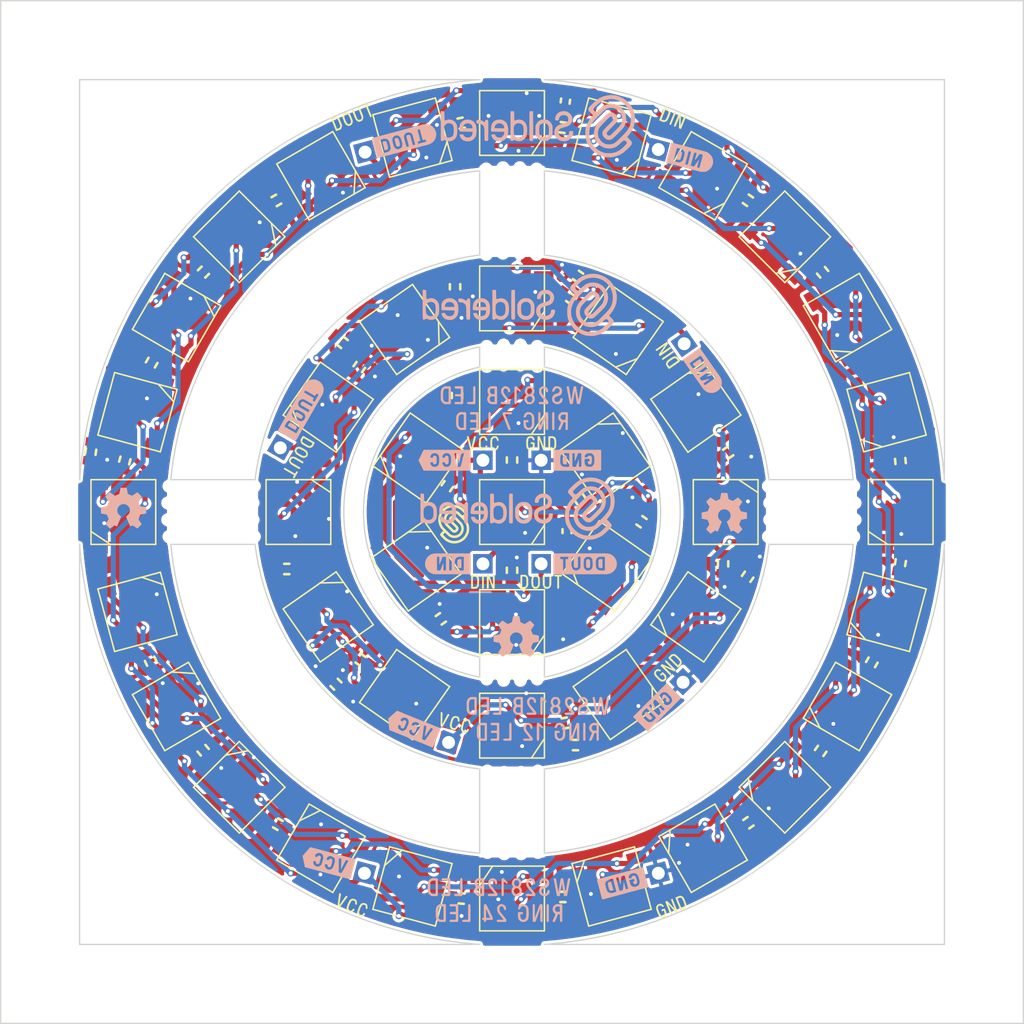
<source format=kicad_pcb>
(kicad_pcb (version 20210623) (generator pcbnew)
  (layers (0 "F.Cu" signal) (31 "B.Cu" signal) (34 "B.Paste" user) (35 "F.Paste" user) (36 "B.SilkS" user "B.Silkscreen") (37 "F.SilkS" user "F.Silkscreen") (38 "B.Mask" user) (39 "F.Mask" user) (44 "Edge.Cuts" user))
  (net 0 "")
  (net 1 "VCC")
  (net 2 "GND")
  (net 3 "Net-(LED1-Pad2)")
  (net 4 "Net-(LED2-Pad2)")
  (net 5 "Net-(LED3-Pad2)")
  (net 6 "Net-(LED4-Pad2)")
  (net 7 "Net-(LED5-Pad2)")
  (net 8 "Net-(LED6-Pad2)")
  (net 9 "Net-(LED7-Pad2)")
  (net 10 "Net-(LED1-Pad4)")
  (net 11 "Net-(PAD2-Pad1)")
  (net 12 "Net-(LED8-Pad2)")
  (net 13 "Net-(LED8-Pad4)")
  (net 14 "Net-(LED10-Pad4)")
  (net 15 "Net-(LED10-Pad2)")
  (net 16 "Net-(LED11-Pad2)")
  (net 17 "Net-(LED12-Pad2)")
  (net 18 "Net-(LED13-Pad2)")
  (net 19 "Net-(LED14-Pad2)")
  (net 20 "Net-(LED15-Pad2)")
  (net 21 "Net-(LED15-Pad4)")
  (net 22 "Net-(LED16-Pad2)")
  (net 23 "Net-(LED17-Pad2)")
  (net 24 "Net-(LED19-Pad2)")
  (net 25 "Net-(PAD10-Pad1)")
  (net 26 "Net-(LED20-Pad2)")
  (net 27 "Net-(LED20-Pad4)")
  (net 28 "Net-(LED21-Pad2)")
  (net 29 "Net-(LED21-Pad4)")
  (net 30 "Net-(LED22-Pad2)")
  (net 31 "Net-(LED23-Pad2)")
  (net 32 "Net-(LED24-Pad2)")
  (net 33 "Net-(LED25-Pad2)")
  (net 34 "Net-(LED26-Pad2)")
  (net 35 "Net-(LED27-Pad2)")
  (net 36 "Net-(LED28-Pad2)")
  (net 37 "Net-(LED28-Pad4)")
  (net 38 "Net-(LED29-Pad2)")
  (net 39 "Net-(LED30-Pad2)")
  (net 40 "Net-(LED31-Pad2)")
  (net 41 "Net-(LED32-Pad2)")
  (net 42 "Net-(LED33-Pad2)")
  (net 43 "Net-(LED34-Pad2)")
  (net 44 "Net-(LED35-Pad2)")
  (net 45 "Net-(LED36-Pad2)")
  (net 46 "Net-(LED37-Pad2)")
  (net 47 "Net-(LED38-Pad2)")
  (net 48 "Net-(LED39-Pad2)")
  (net 49 "Net-(LED40-Pad2)")
  (net 50 "Net-(LED43-Pad2)")
  (net 51 "Net-(PAD18-Pad1)")
  (footprint "Soldered Graphics:Logo-Back-SolderedFULL-15mm" (layer "F.Cu") (at 111.93 108.24)
    (fp_text reference "REF**" hide)
    (fp_text value "Logo-Front-SolderedFULL-15mm" hide)
  )
  (footprint "e-radionica.com footprinti:WS2812B LED" (layer "F.Cu") (at 132.57 129.76 -135)
    (fp_text reference "LED21")
    (fp_text value "WS2812B")
  )
  (footprint "e-radionica.com footprinti:PAD_2x1.5" (layer "F.Cu") (at 100.11 136.37 -15)
    (fp_text reference "PAD20")
    (fp_text value "PAD_2x1.5")
  )
  (footprint "Soldered Graphics:Logo-Back-OSH-3.5mm" (layer "F.Cu") (at 111.83 118.11)
    (fp_text reference "G***" hide)
    (fp_text value "LOGO" hide)
  )
  (footprint "e-radionica.com footprinti:HOLE_0.8mm" (layer "F.Cu") (at 113.45 121.4 180)
    (fp_text reference "REF**" hide)
    (fp_text value "HOLE_0.8mm" hide)
  )
  (footprint "e-radionica.com footprinti:FIDUCIAL_23" (layer "F.Cu") (at 111.5 92)
    (fp_text reference "FD2")
    (fp_text value "FIDUCIAL")
  )
  (footprint "e-radionica.com footprinti:WS2812B LED" (layer "F.Cu") (at 125.7 100.4 125)
    (fp_text reference "LED10")
    (fp_text value "WS2812B")
  )
  (footprint "e-radionica.com footprinti:HOLE_0.8mm" (layer "F.Cu") (at 110.8 81.9)
    (fp_text reference "REF**" hide)
    (fp_text value "HOLE_0.8mm" hide)
  )
  (footprint "e-radionica.com footprinti:WS2812B LED" (layer "F.Cu") (at 104.25 104.333334 -125)
    (fp_text reference "LED7")
    (fp_text value "WS2812B")
  )
  (footprint "e-radionica.com footprinti:HOLE_0.8mm" (layer "F.Cu") (at 109.5 88.6)
    (fp_text reference "REF**" hide)
    (fp_text value "HOLE_0.8mm" hide)
  )
  (footprint "e-radionica.com footprinti:PAD_2x1.5" (layer "F.Cu") (at 122.78 136.4 15)
    (fp_text reference "PAD21")
    (fp_text value "PAD_2x1.5")
  )
  (footprint "e-radionica.com footprinti:WS2812B LED" (layer "F.Cu") (at 125.7 116.6 -125)
    (fp_text reference "LED12")
    (fp_text value "WS2812B")
  )
  (footprint "e-radionica.com footprinti:WS2812B LED" (layer "F.Cu") (at 140.43 116.21 -105)
    (fp_text reference "LED38")
    (fp_text value "WS2812B")
  )
  (footprint "e-radionica.com footprinti:0603C" (layer "F.Cu") (at 111.5 113 90)
    (fp_text reference "C5")
    (fp_text value "0603C")
  )
  (footprint "e-radionica.com footprinti:PAD_2x1.5" (layer "F.Cu") (at 124.8 95.5 125)
    (fp_text reference "PAD10")
    (fp_text value "PAD_2x1.5")
  )
  (footprint "e-radionica.com footprinti:HOLE_0.8mm" (layer "F.Cu") (at 131.4 107.8 -90)
    (fp_text reference "REF**" hide)
    (fp_text value "HOLE_0.8mm" hide)
  )
  (footprint "e-radionica.com footprinti:PAD_2x1.5" (layer "F.Cu") (at 100.11 136.37 -15)
    (fp_text reference "PAD24")
    (fp_text value "PAD_2x1.5")
  )
  (footprint "e-radionica.com footprinti:HOLE_0.8mm" (layer "F.Cu") (at 91.5 109.1 90)
    (fp_text reference "REF**" hide)
    (fp_text value "HOLE_0.8mm" hide)
  )
  (footprint "e-radionica.com footprinti:HOLE_0.8mm" (layer "F.Cu") (at 85 106.5 90)
    (fp_text reference "REF**" hide)
    (fp_text value "HOLE_0.8mm" hide)
  )
  (footprint "e-radionica.com footprinti:0603C" (layer "F.Cu") (at 87.663812 89.966188 -135)
    (fp_text reference "C26")
    (fp_text value "0603C")
  )
  (footprint "e-radionica.com footprinti:PAD_2x1.5" (layer "F.Cu") (at 122.78 80.52 -15)
    (fp_text reference "PAD19")
    (fp_text value "PAD_2x1.5")
  )
  (footprint "e-radionica.com footprinti:0603C" (layer "F.Cu") (at 106 116.75 35)
    (fp_text reference "C6")
    (fp_text value "0603C")
  )
  (footprint "e-radionica.com footprinti:0603C" (layer "F.Cu") (at 129.7 113.5 55)
    (fp_text reference "C12")
    (fp_text value "0603C")
  )
  (footprint "e-radionica.com footprinti:WS2812B LED" (layer "F.Cu") (at 111.5 78.45)
    (fp_text reference "LED20")
    (fp_text value "WS2812B")
  )
  (footprint "e-radionica.com footprinti:0603C" (layer "F.Cu") (at 107.57 78.46 -168)
    (fp_text reference "C40")
    (fp_text value "0603C")
  )
  (footprint "e-radionica.com footprinti:HOLE_0.8mm" (layer "F.Cu") (at 109.55 119.8 180)
    (fp_text reference "REF**" hide)
    (fp_text value "HOLE_0.8mm" hide)
  )
  (footprint "e-radionica.com footprinti:HOLE_0.8mm" (layer "F.Cu") (at 112.1 88.5)
    (fp_text reference "REF**" hide)
    (fp_text value "HOLE_0.8mm" hide)
  )
  (footprint "e-radionica.com footprinti:PAD_2x1.5" (layer "F.Cu") (at 124.7 121.6 135)
    (fp_text reference "PAD9")
    (fp_text value "PAD_2x1.5")
  )
  (footprint "e-radionica.com footprinti:HOLE_0.8mm" (layer "F.Cu") (at 138 107.8 -90)
    (fp_text reference "REF**" hide)
    (fp_text value "HOLE_0.8mm" hide)
  )
  (footprint "e-radionica.com footprinti:0603C" (layer "F.Cu") (at 98.4 95.4 -40)
    (fp_text reference "C19")
    (fp_text value "0603C")
  )
  (footprint "e-radionica.com footprinti:WS2812B LED" (layer "F.Cu") (at 118.7 104.33334 125)
    (fp_text reference "LED3")
    (fp_text value "WS2812B")
  )
  (footprint "e-radionica.com footprinti:0603C" (layer "F.Cu") (at 107.25 99.5 -90)
    (fp_text reference "C2")
    (fp_text value "0603C")
  )
  (footprint "e-radionica.com footprinti:0603C" (layer "F.Cu") (at 116.6 90.3 145)
    (fp_text reference "C9")
    (fp_text value "0603C")
  )
  (footprint "e-radionica.com footprinti:WS2812B LED" (layer "F.Cu") (at 126.26 82.53 -30)
    (fp_text reference "LED24")
    (fp_text value "WS2812B")
  )
  (footprint "e-radionica.com footprinti:HOLE_0.8mm" (layer "F.Cu") (at 110.8 88.5)
    (fp_text reference "REF**" hide)
    (fp_text value "HOLE_0.8mm" hide)
  )
  (footprint "e-radionica.com footprinti:FIDUCIAL_23" (layer "F.Cu") (at 118.7 104.33334)
    (fp_text reference "FD1")
    (fp_text value "FIDUCIAL")
  )
  (footprint "e-radionica.com footprinti:WS2812B LED" (layer "F.Cu") (at 103.2 94.4 35)
    (fp_text reference "LED19")
    (fp_text value "WS2812B")
  )
  (footprint "e-radionica.com footprinti:HOLE_0.8mm" (layer "F.Cu") (at 85 110.4 90)
    (fp_text reference "REF**" hide)
    (fp_text value "HOLE_0.8mm" hide)
  )
  (footprint "e-radionica.com footprinti:HOLE_0.8mm" (layer "F.Cu") (at 110.85 95.6)
    (fp_text reference "REF**" hide)
    (fp_text value "HOLE_0.8mm" hide)
  )
  (footprint "e-radionica.com footprinti:HOLE_0.8mm" (layer "F.Cu") (at 109.6 134.8 180)
    (fp_text reference "REF**" hide)
    (fp_text value "HOLE_0.8mm" hide)
  )
  (footprint "e-radionica.com footprinti:0603R" (layer "F.Cu") (at 115.62 76.76 82)
    (fp_text reference "R3")
    (fp_text value "100")
  )
  (footprint "e-radionica.com footprinti:0603C" (layer "F.Cu") (at 135.49 89.98 130)
    (fp_text reference "C39")
    (fp_text value "0603C")
  )
  (footprint "e-radionica.com footprinti:0603C" (layer "F.Cu") (at 116.4 126.5 180)
    (fp_text reference "C14")
    (fp_text value "0603C")
  )
  (footprint "e-radionica.com footprinti:WS2812B LED" (layer "F.Cu") (at 128 108.5 90)
    (fp_text reference "LED11")
    (fp_text value "WS2812B")
  )
  (footprint "e-radionica.com footprinti:HOLE_0.8mm" (layer "F.Cu") (at 112.15 97.15)
    (fp_text reference "REF**" hide)
    (fp_text value "HOLE_0.8mm" hide)
  )
  (footprint "e-radionica.com footprinti:HOLE_0.8mm" (layer "F.Cu") (at 112.15 119.9 180)
    (fp_text reference "REF**" hide)
    (fp_text value "HOLE_0.8mm" hide)
  )
  (footprint "e-radionica.com footprinti:PAD_2x1.5" (layer "F.Cu") (at 100.14 80.68 15)
    (fp_text reference "PAD22")
    (fp_text value "PAD_2x1.5")
  )
  (footprint "buzzardLabel" (layer "F.Cu") (at 123.55 120.55 45)
    (fp_text reference "")
    (fp_text value "")
  )
  (footprint "e-radionica.com footprinti:PAD_2x1.5" (layer "F.Cu") (at 113.75 104.5)
    (fp_text reference "PAD4")
    (fp_text value "PAD_2x1.5")
  )
  (footprint "e-radionica.com footprinti:HOLE_0.8mm" (layer "F.Cu") (at 91.5 107.8 90)
    (fp_text reference "REF**" hide)
    (fp_text value "HOLE_0.8mm" hide)
  )
  (footprint "e-radionica.com footprinti:0603C" (layer "F.Cu") (at 115.41 78.8 172)
    (fp_text reference "C42")
    (fp_text value "0603C")
  )
  (footprint "e-radionica.com footprinti:WS2812B LED" (layer "F.Cu") (at 95 108.5 90)
    (fp_text reference "LED15")
    (fp_text value "WS2812B")
  )
  (footprint "Soldered Graphics:Logo-Back-SolderedFULL-15mm" (layer "F.Cu") (at 112.1 92.5)
    (fp_text reference "REF**" hide)
    (fp_text value "Logo-Front-SolderedFULL-15mm" hide)
  )
  (footprint "Soldered Graphics:Logo-Front-Soldered-3mm" (layer "F.Cu") (at 107 109.44)
    (fp_text reference "G***" hide)
    (fp_text value "LOGO" hide)
  )
  (footprint "buzzardLabel" (layer "F.Cu") (at 95 104.25 -120)
    (fp_text reference "")
    (fp_text value "")
  )
  (footprint "e-radionica.com footprinti:0603C" (layer "F.Cu") (at 94.1 112.9)
    (fp_text reference "C17")
    (fp_text value "0603C")
  )
  (footprint "e-radionica.com footprinti:HOLE_0.8mm" (layer "F.Cu") (at 110.9 128.6 180)
    (fp_text reference "REF**" hide)
    (fp_text value "HOLE_0.8mm" hide)
  )
  (footprint "e-radionica.com footprinti:HOLE_0.8mm" (layer "F.Cu") (at 137.9 110.4 -90)
    (fp_text reference "REF**" hide)
    (fp_text value "HOLE_0.8mm" hide)
  )
  (footprint "e-radionica.com footprinti:WS2812B LED" (layer "F.Cu") (at 119.7 122.6 35)
    (fp_text reference "LED13")
    (fp_text value "WS2812B")
  )
  (footprint "e-radionica.com footprinti:PAD_2x1.5" (layer "F.Cu") (at 100.14 80.68 15)
    (fp_text reference "PAD23")
    (fp_text value "PAD_2x1.5")
  )
  (footprint "e-radionica.com footprinti:HOLE_0.8mm" (layer "F.Cu") (at 112.15 121.5 180)
    (fp_text reference "REF**" hide)
    (fp_text value "HOLE_0.8mm" hide)
  )
  (footprint "e-radionica.com footprinti:0603C" (layer "F.Cu") (at 135.34 126.95 55)
    (fp_text reference "C22")
    (fp_text value "0603C")
  )
  (footprint "e-radionica.com footprinti:0603C" (layer "F.Cu") (at 107.61 138.35 -5)
    (fp_text reference "C24")
    (fp_text value "0603C")
  )
  (footprint "e-radionica.com footprinti:HOLE_0.8mm" (layer "F.Cu") (at 113.4 88.6)
    (fp_text reference "REF**" hide)
    (fp_text value "HOLE_0.8mm" hide)
  )
  (footprint "e-radionica.com footprinti:HOLE_0.8mm" (layer "F.Cu") (at 112.2 128.6 180)
    (fp_text reference "REF**" hide)
    (fp_text value "HOLE_0.8mm" hide)
  )
  (footprint "e-radionica.com footprinti:HOLE_0.8mm" (layer "F.Cu") (at 109.55 121.4 180)
    (fp_text reference "REF**" hide)
    (fp_text value "HOLE_0.8mm" hide)
  )
  (footprint "e-radionica.com footprinti:HOLE_0.8mm" (layer "F.Cu") (at 84.9 109.1 90)
    (fp_text reference "REF**" hide)
    (fp_text value "HOLE_0.8mm" hide)
  )
  (footprint "buzzardLabel" (layer "F.Cu") (at 123.8 139 22)
    (fp_text reference "")
    (fp_text value "")
  )
  (footprint "e-radionica.com footprinti:WS2812B LED" (layer "F.Cu") (at 81.48 108.5 -90)
    (fp_text reference "LED28")
    (fp_text value "WS2812B")
  )
  (footprint "e-radionica.com footprinti:WS2812B LED" (layer "F.Cu") (at 103.2 122.6 -35)
    (fp_text reference "LED16")
    (fp_text value "WS2812B")
  )
  (footprint "e-radionica.com footprinti:PAD_2x1.5" (layer "F.Cu") (at 122.78 80.52 -15)
    (fp_text reference "PAD18")
    (fp_text value "PAD_2x1.5")
  )
  (footprint "e-radionica.com footprinti:WS2812B LED" (layer "F.Cu") (at 111.5 92)
    (fp_text reference "LED8")
    (fp_text value "WS2812B")
  )
  (footprint "e-radionica.com footprinti:HOLE_0.8mm" (layer "F.Cu") (at 112.2 134.9 180)
    (fp_text reference "REF**" hide)
    (fp_text value "HOLE_0.8mm" hide)
  )
  (footprint "e-radionica.com footprinti:HOLE_0.8mm" (layer "F.Cu") (at 91.6 110.4 90)
    (fp_text reference "REF**" hide)
    (fp_text value "HOLE_0.8mm" hide)
  )
  (footprint "e-radionica.com footprinti:HOLE_0.8mm" (layer "F.Cu") (at 110.9 134.9 180)
    (fp_text reference "REF**" hide)
    (fp_text value "HOLE_0.8mm" hide)
  )
  (footprint "e-radionica.com footprinti:0603R" (layer "F.Cu") (at 116 92 -35)
    (fp_text reference "R2")
    (fp_text value "100")
  )
  (footprint "e-radionica.com footprinti:HOLE_0.8mm" (layer "F.Cu") (at 113.45 97.25)
    (fp_text reference "REF**" hide)
    (fp_text value "HOLE_0.8mm" hide)
  )
  (footprint "e-radionica.com footprinti:WS2812B LED" (layer "F.Cu") (at 97.3 116.6 125)
    (fp_text reference "LED18")
    (fp_text value "WS2812B")
  )
  (footprint "e-radionica.com footprinti:0603C" (layer "F.Cu") (at 141.5 104.56 95)
    (fp_text reference "C41")
    (fp_text value "0603C")
  )
  (footprint "buzzardLabel" (layer "F.Cu") (at 107.05 124.8 -15)
    (fp_text reference "")
    (fp_text value "")
  )
  (footprint "Soldered Graphics:Logo-Back-OSH-3.5mm" (layer "F.Cu") (at 127.9 108.6)
    (fp_text reference "G***" hide)
    (fp_text value "LOGO" hide)
  )
  (footprint "e-radionica.com footprinti:WS2812B LED" (layer "F.Cu") (at 111.5 100)
    (fp_text reference "LED2")
    (fp_text value "WS2812B")
  )
  (footprint "buzzardLabel" (layer "F.Cu") (at 123.55 96.4 125)
    (fp_text reference "")
    (fp_text value "")
  )
  (footprint "e-radionica.com footprinti:0603C" (layer "F.Cu") (at 129.76 132.5 35)
    (fp_text reference "C36")
    (fp_text value "0603C")
  )
  (footprint "buzzardLabel" (layer "F.Cu") (at 109.25 103.2)
    (fp_text reference "")
    (fp_text value "")
  )
  (footprint "e-radionica.com footprinti:HOLE_0.8mm" (layer "F.Cu") (at 84.9 107.8 90)
    (fp_text reference "REF**" hide)
    (fp_text value "HOLE_0.8mm" hide)
  )
  (footprint "e-radionica.com footprinti:PAD_2x1.5" (layer "F.Cu") (at 124.7 121.6 135)
    (fp_text reference "PAD13")
    (fp_text value "PAD_2x1.5")
  )
  (footprint "e-radionica.com footprinti:HOLE_0.8mm" (layer "F.Cu") (at 109.55 97.25)
    (fp_text reference "REF**" hide)
    (fp_text value "HOLE_0.8mm" hide)
  )
  (footprint "e-radionica.com footprinti:HOLE_0.8mm" (layer "F.Cu") (at 113.45 119.8 180)
    (fp_text reference "REF**" hide)
    (fp_text value "HOLE_0.8mm" hide)
  )
  (footprint "e-radionica.com footprinti:0603C" (layer "F.Cu") (at 78.96 103.83 -98)
    (fp_text reference "C25")
    (fp_text value "0603C")
  )
  (footprint "e-radionica.com footprinti:WS2812B LED" (layer "F.Cu") (at 90.43 129.76 135)
    (fp_text reference "LED36")
    (fp_text value "WS2812B")
  )
  (footprint "e-radionica.com footprinti:WS2812B LED" (layer "F.Cu") (at 141.52 108.5 -90)
    (fp_text reference "LED35")
    (fp_text value "WS2812B")
  )
  (footprint "e-radionica.com footprinti:0603C" (layer "F.Cu") (at 97.9 121.8 -45)
    (fp_text reference "C16")
    (fp_text value "0603C")
  )
  (footprint "e-radionica.com footprinti:WS2812B LED" (layer "F.Cu") (at 119.7 94.4 -35)
    (fp_text reference "LED9")
    (fp_text value "WS2812B")
  )
  (footprint "e-radionica.com footprinti:WS2812B LED" (layer "F.Cu") (at 119.19 79.58 -15)
    (fp_text reference "LED22")
    (fp_text value "WS2812B")
  )
  (footprint "e-radionica.com footprinti:WS2812B LED" (layer "F.Cu") (at 111.5 125)
    (fp_text reference "LED14")
    (fp_text value "WS2812B")
  )
  (footprint "e-radionica.com footprinti:0603C" (layer "F.Cu") (at 81.591062 104.515126 -105)
    (fp_text reference "C38")
    (fp_text value "0603C")
  )
  (footprint "e-radionica.com footprinti:WS2812B LED" (layer "F.Cu") (at 82.57 116.21 105)
    (fp_text reference "LED42")
    (fp_text value "WS2812B")
  )
  (footprint "e-radionica.com footprinti:PAD_2x1.5" (layer "F.Cu") (at 113.75 112.5)
    (fp_text reference "PAD5")
    (fp_text value "PAD_2x1.5")
  )
  (footprint "e-radionica.com footprinti:0603C" (layer "F.Cu") (at 107.1 91.1 -90)
    (fp_text reference "C8")
    (fp_text value "0603C")
  )
  (footprint "e-radionica.com footprinti:WS2812B LED" (layer "F.Cu") (at 126.26 134.47 -150)
    (fp_text reference "LED23")
    (fp_text value "WS2812B")
  )
  (footprint "e-radionica.com footprinti:HOLE_0.8mm" (layer "F.Cu") (at 138 109.1 -90)
    (fp_text reference "REF**" hide)
    (fp_text value "HOLE_0.8mm" hide)
  )
  (footprint "e-radionica.com footprinti:PAD_2x1.5" (layer "F.Cu") (at 109.25 112.5)
    (fp_text reference "PAD2")
    (fp_text value "PAD_2x1.5")
  )
  (footprint "buzzardLabel" (layer "F.Cu") (at 113.75 113.9)
    (fp_text reference "")
    (fp_text value "")
  )
  (footprint "e-radionica.com footprinti:0603C" (layer "F.Cu") (at 99.8 119.91 145)
    (fp_text reference "C15")
    (fp_text value "0603C")
  )
  (footprint "buzzardLabel" (layer "F.Cu") (at 123.9 78.1 -22)
    (fp_text reference "")
    (fp_text value "")
  )
  (footprint "e-radionica.com footprinti:0603C" (layer "F.Cu") (at 121.5 109.25 145)
    (fp_text reference "C4")
    (fp_text value "0603C")
  )
  (footprint "e-radionica.com footprinti:0603C" (layer "F.Cu") (at 87.64 126.9 -50)
    (fp_text reference "C30")
    (fp_text value "0603C")
  )
  (footprint "e-radionica.com footprinti:0603C" (layer "F.Cu") (at 115.6 124.8 -170)
    (fp_text reference "C13")
    (fp_text value "0603C")
  )
  (footprint "e-radionica.com footprinti:HOLE_0.8mm" (layer "F.Cu") (at 131.4 109.1 -90)
    (fp_text reference "REF**" hide)
    (fp_text value "HOLE_0.8mm" hide)
  )
  (footprint "e-radionica.com footprinti:HOLE_0.8mm" (layer "F.Cu") (at 113.5 128.5 180)
    (fp_text reference "REF**" hide)
    (fp_text value "HOLE_0.8mm" hide)
  )
  (footprint "e-radionica.com footprinti:0603C" (layer "F.Cu") (at 83.665 96.962199 -120)
    (fp_text reference "C28")
    (fp_text value "0603C")
  )
  (footprint "buzzardLabel" (layer "F.Cu") (at 99.2 78 22)
    (fp_text reference "")
    (fp_text value "")
  )
  (footprint "e-radionica.com footprinti:0603C" (layer "F.Cu") (at 93.3 84.43 -150)
    (fp_text reference "C33")
    (fp_text value "0603C")
  )
  (footprint "e-radionica.com footprinti:PAD_2x1.5" (layer "F.Cu") (at 106.6 126.3 -22)
    (fp_text reference "PAD16")
    (fp_text value "PAD_2x1.5")
  )
  (footprint "e-radionica.com footprinti:0603C" (layer "F.Cu") (at 83.59 120.02 -65)
    (fp_text reference "C31")
    (fp_text value "0603C")
  )
  (footprint "buzzardLabel" (layer "F.Cu") (at 113.75 103.2)
    (fp_text reference "")
    (fp_text value "")
  )
  (footprint "e-radionica.com footprinti:WS2812B LED" (layer "F.Cu") (at 96.74 82.53 30)
    (fp_text reference "LED40")
    (fp_text value "WS2812B")
  )
  (footprint "e-radionica.com footprinti:WS2812B LED" (layer "F.Cu") (at 85.59 93.48 60)
    (fp_text reference "LED34")
    (fp_text value "WS2812B")
  )
  (footprint "e-radionica.com footprinti:HOLE_0.8mm" (layer "F.Cu") (at 112.1 81.9)
    (fp_text reference "REF**" hide)
    (fp_text value "HOLE_0.8mm" hide)
  )
  (footprint "e-radionica.com footprinti:WS2812B LED" (layer "F.Cu") (at 96.74 134.47 150)
    (fp_text reference "LED33")
    (fp_text value "WS2812B")
  )
  (footprint "e-radionica.com footprinti:PAD_2x1.5" (layer "F.Cu") (at 93.6 103.5 150)
    (fp_text reference "PAD14")
    (fp_text value "PAD_2x1.5")
  )
  (footprint "e-radionica.com footprinti:WS2812B LED" (layer "F.Cu") (at 111.5 108.5)
    (fp_text reference "LED1")
    (fp_text value "WS2812B")
  )
  (footprint "e-radionica.com footprinti:0603C" (layer "F.Cu") (at 116.75 107.5 125)
    (fp_text reference "C3")
    (fp_text value "0603C")
  )
  (footprint "e-radionica.com footprinti:0603C" (layer "F.Cu") (at 106.5 106.5 -125)
    (fp_text reference "C7")
    (fp_text value "0603C")
  )
  (footprint "e-radionica.com footprinti:0603C" (layer "F.Cu") (at 127.8 112.5 -90)
    (fp_text reference "C11")
    (fp_text value "0603C")
  )
  (footprint "e-radionica.com footprinti:HOLE_0.8mm" (layer "F.Cu") (at 110.85 121.5 180)
    (fp_text reference "REF**" hide)
    (fp_text value "HOLE_0.8mm" hide)
  )
  (footprint "e-radionica.com footprinti:HOLE_0.8mm" (layer "F.Cu") (at 113.45 95.7)
    (fp_text reference "REF**" hide)
    (fp_text value "HOLE_0.8mm" hide)
  )
  (footprint "e-radionica.com footprinti:WS2812B LED" (layer "F.Cu") (at 137.41 93.48 -60)
    (fp_text reference "LED29")
    (fp_text value "WS2812B")
  )
  (footprint "e-radionica.com footprinti:HOLE_0.8mm" (layer "F.Cu") (at 109.55 95.7)
    (fp_text reference "REF**" hide)
    (fp_text value "HOLE_0.8mm" hide)
  )
  (footprint "e-radionica.com footprinti:0603C" (layer "F.Cu") (at 111.5 104.48 90)
    (fp_text reference "C1")
    (fp_text value "0603C")
  )
  (footprint "e-radionica.com footprinti:WS2812B LED" (layer "F.Cu") (at 103.81 137.42 165)
    (fp_text reference "LED30")
    (fp_text value "WS2812B")
  )
  (footprint "e-radionica.com footprinti:WS2812B LED" (layer "F.Cu") (at 132.57 87.24 -45)
    (fp_text reference "LED26")
    (fp_text value "WS2812B")
  )
  (footprint "e-radionica.com footprinti:HOLE_0.8mm" (layer "F.Cu") (at 109.5 82)
    (fp_text reference "REF**" hide)
    (fp_text value "HOLE_0.8mm" hide)
  )
  (footprint "e-radionica.com footprinti:HOLE_0.8mm" (layer "F.Cu") (at 110.85 97.15)
    (fp_text reference "REF**" hide)
    (fp_text value "HOLE_0.8mm" hide)
  )
  (footprint "e-radionica.com footprinti:WS2812B LED" (layer "F.Cu") (at 137.41 123.52 -120)
    (fp_text reference "LED41")
    (fp_text value "WS2812B")
  )
  (footprint "e-radionica.com footprinti:WS2812B LED" (layer "F.Cu") (at 140.43 100.79 -75)
    (fp_text reference "LED32")
    (fp_text value "WS2812B")
  )
  (footprint "e-radionica.com footprinti:WS2812B LED" (layer "F.Cu") (at 104.1 112.66667 125)
    (fp_text reference "LED6")
    (fp_text value "WS2812B")
  )
  (footprint "e-radionica.com footprinti:0603R" (layer "F.Cu") (at 115.75 109.975 -90)
    (fp_text reference "R1")
    (fp_text value "100")
  )
  (footprint "e-radionica.com footprinti:HOLE_0.8mm" (layer "F.Cu") (at 110.85 119.9 180)
    (fp_text reference "REF**" hide)
    (fp_text value "HOLE_0.8mm" hide)
  )
  (footprint "e-radionica.com footprinti:WS2812B LED" (layer "F.Cu") (at 90.43 87.24 45)
    (fp_text reference "LED37")
    (fp_text value "WS2812B")
  )
  (footprint "Soldered Graphics:Logo-Back-SolderedFULL-15mm" (layer "F.Cu") (at 113.5 78.7)
    (fp_text reference "REF**" hide)
    (fp_text value "Logo-Front-SolderedFULL-15mm" hide)
  )
  (footprint "e-radionica.com footprinti:HOLE_0.8mm" (layer "F.Cu") (at 131.3 110.4 -90)
    (fp_text reference "REF**" hide)
    (fp_text value "HOLE_0.8mm" hide)
  )
  (footprint "e-radionica.com footprinti:0603C" (layer "F.Cu") (at 141.5 112.41 80)
    (fp_text reference "C29")
    (fp_text value "0603C")
  )
  (footprint "e-radionica.com footprinti:HOLE_0.8mm" (layer "F.Cu") (at 137.9 106.5 -90)
    (fp_text reference "REF**" hide)
    (fp_text value "HOLE_0.8mm" hide)
  )
  (footprint "e-radionica.com footprinti:0603C" (layer "F.Cu") (at 139.29 120.11 60)
    (fp_text reference "C27")
    (fp_text value "0603C")
  )
  (footprint "e-radionica.com footprinti:WS2812B LED" (layer "F.Cu") (at 97.3 100.4 -125)
    (fp_text reference "LED17")
    (fp_text value "WS2812B")
  )
  (footprint "e-radionica.com footprinti:HOLE_0.8mm" (layer "F.Cu") (at 112.15 95.6)
    (fp_text reference "REF**" hide)
    (fp_text value "HOLE_0.8mm" hide)
  )
  (footprint "e-radionica.com footprinti:WS2812B LED" (layer "F.Cu") (at 111.5 117)
    (fp_text reference "LED5")
    (fp_text value "WS2812B")
  )
  (footprint "buzzardLabel" (layer "F.Cu") (at 109.25 113.9)
    (fp_text reference "")
    (fp_text value "")
  )
  (footprint "Soldered Graphics:Logo-Back-OSH-3.5mm" (layer "F.Cu") (at 81.5 108.2)
    (fp_text reference "G***" hide)
    (fp_text value "LOGO" hide)
  )
  (footprint "e-radionica.com footprinti:PAD_2x1.5" (layer "F.Cu") (at 109.25 104.5)
    (fp_text reference "PAD3")
    (fp_text value "PAD_2x1.5")
  )
  (footprint "e-radionica.com footprinti:0603C" (layer "F.Cu") (at 99.7 97.3 55)
    (fp_text reference "C18")
    (fp_text value "0603C")
  )
  (footprint "e-radionica.com footprinti:WS2812B LED" (layer "F.Cu") (at 103.81 79.58 15)
    (fp_text reference "LED43")
    (fp_text value "WS2812B")
  )
  (footprint "e-radionica.com footprinti:WS2812B LED" (layer "F.Cu") (at 82.57 100.79 75)
    (fp_text reference "LED31")
    (fp_text value "WS2812B")
  )
  (footprint "e-radionica.com footprinti:FIDUCIAL_23" (layer "F.Cu") (at 111.53 78.06)
    (fp_text reference "FD3")
    (fp_text value "FIDUCIAL")
  )
  (footprint "e-radionica.com footprinti:PAD_2x1.5" (layer "F.Cu") (at 106.6 126.3 -15)
    (fp_text reference "PAD12")
    (fp_text value "PAD_2x1.5")
  )
  (footprint "e-radionica.com footprinti:0603C" (layer "F.Cu") (at 115.43 138.23)
    (fp_text reference "C34")
    (fp_text value "0603C")
  )
  (footprint "e-radionica.com footprinti:HOLE_0.8mm" (layer "F.Cu") (at 113.4 82)
    (fp_text reference "REF**" hide)
    (fp_text value "HOLE_0.8mm" hide)
  )
  (footprint "e-radionica.com footprinti:WS2812B LED" (layer "F.Cu") (at 119.19 137.42 -165)
    (fp_text reference "LED25")
    (fp_text value "WS2812B")
  )
  (footprint "buzzardLabel" (layer "F.Cu") (at 99.1 138.9 -22)
    (fp_text reference "")
    (fp_text value "")
  )
  (footprint "e-radionica.com footprinti:HOLE_0.8mm" (layer "F.Cu") (at 113.5 134.8 180)
    (fp_text reference "REF**" hide)
    (fp_text value "HOLE_0.8mm" hide)
  )
  (footprint "e-radionica.com footprinti:HOLE_0.8mm" (layer "F.Cu") (at 91.6 106.5 90)
    (fp_text reference "REF**" hide)
    (fp_text value "HOLE_0.8mm" hide)
  )
  (footprint "e-radionica.com footprinti:0603C" (layer "F.Cu") (at 93.41 132.61 -30)
    (fp_text reference "C20")
    (fp_text value "0603C")
  )
  (footprint "e-radionica.com footprinti:0603C" (layer "F.Cu") (at 128.2 103.9 35)
    (fp_text reference "C10")
    (fp_text value "0603C")
  )
  (footprint "e-radionica.com footprinti:WS2812B LED" (layer "F.Cu") (at 111.5 138.35 180)
    (fp_text reference "LED27")
    (fp_text value "WS2812B")
  )
  (footprint "e-radionica.com footprinti:HOLE_0.8mm" (layer "F.Cu") (at 109.6 128.5 180)
    (fp_text reference "REF**" hide)
    (fp_text value "HOLE_0.8mm" hide)
  )
  (footprint "e-radionica.com footprinti:HOLE_0.8mm" (layer "F.Cu") (at 131.3 106.5 -90)
    (fp_text reference "REF**" hide)
    (fp_text value "HOLE_0.8mm" hide)
  )
  (footprint "e-radionica.com footprinti:0603C" (layer "F.Cu") (at 129.72 84.42 145)
    (fp_text reference "C43")
    (fp_text value "0603C")
  )
  (footprint "e-radionica.com footprinti:WS2812B LED" (layer "F.Cu") (at 118.85 112.666667 -125)
    (fp_text reference "LED4")
    (fp_text value "WS2812B")
  )
  (footprint "e-radionica.com footprinti:WS2812B LED" (layer "F.Cu") (at 85.59 123.52 120)
    (fp_text reference "LED39")
    (fp_text value "WS2812B")
  )
  (footprint "e-radionica.com footprinti:PAD_2x1.5" (layer "B.Cu") (at 113.75 104.5 180)
    (fp_text reference "PAD1")
    (fp_text value "PAD_2x1.5")
  )
  (footprint "buzzardLabel" (layer "B.Cu") (at 110.5 139.5 180)
    (fp_text reference "")
    (fp_text value "")
  )
  (footprint "e-radionica.com footprinti:PAD_2x1.5" (layer "B.Cu") (at 109.25 112.5 180)
    (fp_text reference "PAD7")
    (fp_text value "PAD_2x1.5")
  )
  (footprint "buzzardLabel" (layer "B.Cu") (at 108.7 112.5 180)
    (fp_text reference "")
    (fp_text value "")
  )
  (footprint "e-radionica.com footprinti:PAD_2x1.5" (layer "B.Cu") (at 113.75 112.5 180)
    (fp_text reference "PAD8")
    (fp_text value "PAD_2x1.5")
  )
  (footprint "buzzardLabel" (layer "B.Cu") (at 108.7 104.5 180)
    (fp_text reference "")
    (fp_text value "")
  )
  (footprint "e-radionica.com footprinti:PAD_2x1.5" (layer "B.Cu") (at 122.78 136.4 180)
    (fp_text reference "PAD17")
    (fp_text value "PAD_2x1.5")
  )
  (footprint "buzzardLabel" (layer "B.Cu") (at 110.5 137.5 180)
    (fp_text reference "")
    (fp_text value "")
  )
  (footprint "buzzardLabel" (layer "B.Cu") (at 111.5 99.5 180)
    (fp_text reference "")
    (fp_text value "")
  )
  (footprint "buzzardLabel" (layer "B.Cu") (at 113.5 125.5 180)
    (fp_text reference "")
    (fp_text value "")
  )
  (footprint "buzzardLabel" (layer "B.Cu") (at 113.5 123.5 180)
    (fp_text reference "")
    (fp_text value "")
  )
  (footprint "buzzardLabel" (layer "B.Cu") (at 124.3 122 -135)
    (fp_text reference "")
    (fp_text value "")
  )
  (footprint "buzzardLabel" (layer "B.Cu") (at 122.2 136.6 -165)
    (fp_text reference "")
    (fp_text value "")
  )
  (footprint "buzzardLabel" (layer "B.Cu") (at 100.5 80.5 15)
    (fp_text reference "")
    (fp_text value "")
  )
  (footprint "e-radionica.com footprinti:PAD_2x1.5" (layer "B.Cu") (at 93.6 103.5 150)
    (fp_text reference "PAD15")
    (fp_text value "PAD_2x1.5")
  )
  (footprint "buzzardLabel" (layer "B.Cu") (at 114.3 112.5 180)
    (fp_text reference "")
    (fp_text value "")
  )
  (footprint "buzzardLabel" (layer "B.Cu") (at 93.9 102.95 60)
    (fp_text reference "")
    (fp_text value "")
  )
  (footprint "e-radionica.com footprinti:PAD_2x1.5" (layer "B.Cu") (at 124.8 95.5 125)
    (fp_text reference "PAD11")
    (fp_text value "PAD_2x1.5")
  )
  (footprint "buzzardLabel" (layer "B.Cu") (at 125.116739 95.948116 -55)
    (fp_text reference "")
    (fp_text value "")
  )
  (footprint "buzzardLabel" (layer "B.Cu") (at 106.05 126.1 158)
    (fp_text reference "")
    (fp_text value "")
  )
  (footprint "buzzardLabel" (layer "B.Cu") (at 99.6 136.2 165)
    (fp_text reference "")
    (fp_text value "")
  )
  (footprint "buzzardLabel" (layer "B.Cu") (at 114.3 104.5 180)
    (fp_text reference "")
    (fp_text value "")
  )
  (footprint "e-radionica.com footprinti:PAD_2x1.5" (layer "B.Cu") (at 109.25 104.5 180)
    (fp_text reference "PAD6")
    (fp_text value "PAD_2x1.5")
  )
  (footprint "buzzardLabel" (layer "B.Cu") (at 123.216945 80.626869 -15)
    (fp_text reference "")
    (fp_text value "")
  )
  (footprint "buzzardLabel" (layer "B.Cu") (at 111.5 101.5 180)
    (fp_text reference "")
    (fp_text value "")
  )
  (gr_line (start 78.1 111) (end 78.1 141.9) (layer "Edge.Cuts") (width 0.1))
  (gr_arc (start 111.5 108.5) (end 114 88.65) (angle 75.64340358) (layer "Edge.Cuts") (width 0.1))
  (gr_line (start 114 128.35) (end 114 134.85) (layer "Edge.Cuts") (width 0.1))
  (gr_arc (start 111.5 108.5) (end 78.1 106) (angle 81.438752) (layer "Edge.Cuts") (width 0.1))
  (gr_line (start 109 141.9) (end 78.1 141.9) (layer "Edge.Cuts") (width 0.1))
  (gr_line (start 85.15 106) (end 91.65 106) (layer "Edge.Cuts") (width 0.1))
  (gr_line (start 78.1 75.1) (end 78.1 106) (layer "Edge.Cuts") (width 0.1))
  (gr_line (start 109 128.35) (end 109 134.85) (layer "Edge.Cuts") (width 0.1))
  (gr_line (start 109 82.15) (end 109 88.65) (layer "Edge.Cuts") (width 0.1))
  (gr_line (start 144.9 106) (end 144.9 75.1) (layer "Edge.Cuts") (width 0.1))
  (gr_arc (start 111.5 108.5) (end 109 134.85) (angle 79.16038243) (layer "Edge.Cuts") (width 0.1))
  (gr_arc (start 111.5 108.5) (end 144.9 111) (angle 81.438752) (layer "Edge.Cuts") (width 0.1))
  (gr_arc (start 111.5 108.5) (end 114 82.15) (angle 79.16038243) (layer "Edge.Cuts") (width 0.1))
  (gr_arc (start 111.5 108.5) (end 109 119.7) (angle 154.834075) (layer "Edge.Cuts") (width 0.1))
  (gr_arc (start 111.5 108.5) (end 131.35 111) (angle 75.64340358) (layer "Edge.Cuts") (width 0.1))
  (gr_arc (start 111.5 108.5) (end 137.85 111) (angle 79.16038243) (layer "Edge.Cuts") (width 0.1))
  (gr_line (start 114 95.75) (end 114 97.3) (layer "Edge.Cuts") (width 0.1))
  (gr_arc (start 111.5 108.5) (end 109 141.9) (angle 81.438752) (layer "Edge.Cuts") (width 0.1))
  (gr_arc (start 111.5 108.5) (end 114 97.3) (angle 154.834075) (layer "Edge.Cuts") (width 0.1))
  (gr_line (start 114 119.7) (end 114 121.25) (layer "Edge.Cuts") (width 0.1))
  (gr_line (start 109 75.1) (end 78.1 75.1) (layer "Edge.Cuts") (width 0.1))
  (gr_line (start 85.15 111) (end 91.65 111) (layer "Edge.Cuts") (width 0.1))
  (gr_line (start 144.9 141.9) (end 144.9 111) (layer "Edge.Cuts") (width 0.1))
  (gr_arc (start 111.5 108.5) (end 109 121.25) (angle 157.812554) (layer "Edge.Cuts") (width 0.1))
  (gr_line (start 144.9 141.9) (end 114 141.9) (layer "Edge.Cuts") (width 0.1))
  (gr_line (start 109 95.75) (end 109 97.3) (layer "Edge.Cuts") (width 0.1))
  (gr_line (start 131.35 111) (end 137.85 111) (layer "Edge.Cuts") (width 0.1))
  (gr_line (start 131.35 106) (end 137.85 106) (layer "Edge.Cuts") (width 0.1))
  (gr_line (start 109 119.7) (end 109 121.25) (layer "Edge.Cuts") (width 0.1))
  (gr_arc (start 111.5 108.5) (end 109 128.35) (angle 75.64340358) (layer "Edge.Cuts") (width 0.1))
  (gr_rect (start 72 69) (end 151 148) (layer "Edge.Cuts") (width 0.1) (fill none))
  (gr_arc (start 111.5 108.5) (end 114 121.25) (angle -157.812554) (layer "Edge.Cuts") (width 0.1))
  (gr_arc (start 111.5 108.5) (end 91.65 106) (angle 75.64340358) (layer "Edge.Cuts") (width 0.1))
  (gr_arc (start 111.5 108.5) (end 85.15 106) (angle 79.16038243) (layer "Edge.Cuts") (width 0.1))
  (gr_line (start 114 82.15) (end 114 88.65) (layer "Edge.Cuts") (width 0.1))
  (gr_line (start 144.9 75.1) (end 114 75.1) (layer "Edge.Cuts") (width 0.1))
  (gr_arc (start 111.5 108.5) (end 114 75.1) (angle 81.438752) (layer "Edge.Cuts") (width 0.1))
  (segment (start 116.7 78.3) (end 116.7 78.334492) (width 0.4) (layer "F.Cu") (net 1))
  (segment (start 83.281489 119.358395) (end 81.965154 119.358395) (width 0.4) (layer "F.Cu") (net 1))
  (segment (start 109.05 77.542272) (end 108.284048 78.308224) (width 0.4) (layer "F.Cu") (net 1))
  (segment (start 143.17 107.27) (end 143.17 106.05) (width 0.4) (layer "F.Cu") (net 1))
  (segment (start 111.5 105.21) (end 111.5 105.75) (width 0.4) (layer "F.Cu") (net 1))
  (segment (start 142.6 118.1) (end 142.657884 118.042116) (width 0.4) (layer "F.Cu") (net 1))
  (segment (start 85.386058 126.466762) (end 87.044791 126.466762) (width 0.4) (layer "F.Cu") (net 1))
  (segment (start 118.753661 107.286664) (end 117.980028 107.286664) (width 0.4) (layer "F.Cu") (net 1))
  (segment (start 121.606863 111.606146) (end 121.606863 110.159829) (width 0.4) (layer "F.Cu") (net 1))
  (segment (start 137.613942 88.113942) (end 137.613942 90.533238) (width 0.4) (layer "F.Cu") (net 1))
  (segment (start 129.1 114.27927) (end 129.281289 114.097981) (width 0.4) (layer "F.Cu") (net 1))
  (segment (start 98.036762 137.123942) (end 99.376058 137.123942) (width 0.4) (layer "F.Cu") (net 1))
  (segment (start 113.95 140) (end 113.05 140) (width 0.4) (layer "F.Cu") (net 1))
  (segment (start 126.35 110.95) (end 126.98 110.95) (width 0.4) (layer "F.Cu") (net 1))
  (segment (start 107.67 98.35) (end 107.25 98.77) (width 0.4) (layer "F.Cu") (net 1))
  (segment (start 143.95 102.1) (end 141.389671 99.539671) (width 0.4) (layer "F.Cu") (net 1))
  (segment (start 141.389671 99.539671) (end 141.389671 97.99643) (width 0.4) (layer "F.Cu") (net 1))
  (segment (start 124.963238 79.876058) (end 127.776058 79.876058) (width 0.4) (layer "F.Cu") (net 1))
  (segment (start 131.506466 84.838711) (end 132.004315 84.340862) (width 0.4) (layer "F.Cu") (net 1))
  (segment (start 128.9 113.716692) (end 129.281289 114.097981) (width 0.4) (layer "F.Cu") (net 1))
  (segment (start 96.8 79.319296) (end 93.793238 82.326058) (width 0.4) (layer "F.Cu") (net 1))
  (segment (start 126.35 108.65) (end 125.2 107.5) (width 0.4) (layer "F.Cu") (net 1))
  (segment (start 93.37 113.07) (end 94.3 114) (width 0.4) (layer "F.Cu") (net 1))
  (segment (start 107.201583 141.1) (end 105.749467 139.647884) (width 0.4) (layer "F.Cu") (net 1))
  (segment (start 105.983308 117.75) (end 107.25 117.75) (width 0.4) (layer "F.Cu") (net 1))
  (segment (start 87.044791 126.466762) (end 87.170765 126.340788) (width 0.4) (layer "F.Cu") (net 1))
  (segment (start 105.75 99.5) (end 106.48 98.77) (width 0.4) (layer "F.Cu") (net 1))
  (segment (start 117.13 126.03) (end 116.31891 125.21891) (width 0.4) (layer "F.Cu") (net 1))
  (segment (start 129.162019 132.918711) (end 129.162019 134.629199) (width 0.4) (layer "F.Cu") (net 1))
  (segment (start 99.3 100.096342) (end 100.056863 99.339479) (width 0.4) (layer "F.Cu") (net 1))
  (segment (start 141.563624 105.287222) (end 142.407222 105.287222) (width 0.4) (layer "F.Cu") (net 1))
  (segment (start 122.097981 109.668711) (end 122.097981 107.347981) (width 0.4) (layer "F.Cu") (net 1))
  (segment (start 97.6 95.972951) (end 97.6 95.171553) (width 0.4) (layer "F.Cu") (net 1))
  (segment (start 126.35 110.95) (end 126.35 108.65) (width 0.4) (layer "F.Cu") (net 1))
  (segment (start 86.15 88.85) (end 86.486547 88.85) (width 0.4) (layer "F.Cu") (net 1))
  (segment (start 117.13 126.5) (end 117.13 126.03) (width 0.4) (layer "F.Cu") (net 1))
  (segment (start 108.2 75.95) (end 107.2 75.95) (width 0.4) (layer "F.Cu") (net 1))
  (segment (start 141.516261 113.12891) (end 142.657884 114.270533) (width 0.4) (layer "F.Cu") (net 1))
  (segment (start 80.342116 102.729467) (end 80.342116 97.370704) (width 0.4) (layer "F.Cu") (net 1))
  (segment (start 100.056863 98.673555) (end 99.281289 97.897981) (width 0.4) (layer "F.Cu") (net 1))
  (segment (start 113.95 140) (end 113.95 138.98) (width 0.4) (layer "F.Cu") (net 1))
  (segment (start 117.250533 77.352116) (end 117.250533 77.783959) (width 0.4) (layer "F.Cu") (net 1))
  (segment (start 101.318711 120.318711) (end 101.663905 120.318711) (width 0.4) (layer "F.Cu") (net 1))
  (segment (start 82.1 120.6) (end 82.1 119.493241) (width 0.4) (layer "F.Cu") (net 1))
  (segment (start 93.793238 82.326058) (end 93.793238 83.926039) (width 0.4) (layer "F.Cu") (net 1))
  (segment (start 121.606863 110.159829) (end 122.097981 109.668711) (width 0.4) (layer "F.Cu") (net 1))
  (segment (start 138.925 121.084296) (end 140.063942 122.223238) (width 0.4) (layer "F.Cu") (net 1))
  (segment (start 138.925 120.742199) (end 138.925 121.084296) (width 0.4) (layer "F.Cu") (net 1))
  (segment (start 99.281289 97.65424) (end 97.6 95.972951) (width 0.4) (layer "F.Cu") (net 1))
  (segment (start 111.375 105.875) (end 110.4 106.85) (width 0.4) (layer "F.Cu") (net 1))
  (segment (start 141.373237 113.12891) (end 141.516261 113.12891) (width 0.4) (layer "F.Cu") (net 1))
  (segment (start 141.389671 97.99643) (end 141.09643 97.99643) (width 0.4) (layer "F.Cu") (net 1))
  (segment (start 81.965154 119.358395) (end 81.610329 119.00357) (width 0.4) (layer "F.Cu") (net 1))
  (segment (start 126.98 110.95) (end 127.8 111.77) (width 0.4) (layer "F.Cu") (net 1))
  (segment (start 134.4 131.85) (end 134.4 130.263453) (width 0.4) (layer "F.Cu") (net 1))
  (segment (start 109.05 104.7) (end 109.25 104.5) (width 0.4) (layer "F.Cu") (net 1))
  (segment (start 109.25 104.5) (end 108.23405 104.5) (width 0.4) (layer "F.Cu") (net 1))
  (segment (start 89.1 86.236547) (end 89.1 84.6) (width 0.4) (layer "F.Cu") (net 1))
  (segment (start 128.17 111.77) (end 128.9 112.5) (width 0.4) (layer "F.Cu") (net 1))
  (segment (start 101.01643 78.620329) (end 102.179671 78.620329) (width 0.4) (layer "F.Cu") (net 1))
  (segment (start 127.5 116.496342) (end 128.456863 115.539479) (width 0.4) (layer "F.Cu") (net 1))
  (segment (start 142.407222 105.287222) (end 143.17 106.05) (width 0.4) (layer "F.Cu") (net 1))
  (segment (start 80.342116 97.370704) (end 82.936058 94.776762) (width 0.4) (layer "F.Cu") (net 1))
  (segment (start 97.6 95.171553) (end 97.840788 94.930765) (width 0.4) (layer "F.Cu") (net 1))
  (segment (start 82.1 119.493241) (end 81.610329 119.00357) (width 0.4) (layer "F.Cu") (net 1))
  (segment (start 85.386058 126.466762) (end 83.719296 124.8) (width 0.4) (layer "F.Cu") (net 1))
  (segment (start 110 117.5) (end 110 116.3) (width 0.4) (layer "F.Cu") (net 1))
  (segment (start 109.05 76.8) (end 109.05 77.542272) (width 0.4) (layer "F.Cu") (net 1))
  (segment (start 106.7 121.2) (end 103.496342 121.2) (width 0.4) (layer "F.Cu") (net 1))
  (segment (start 142.657884 114.270533) (end 142.657884 113.842116) (width 0.4) (layer "F.Cu") (net 1))
  (segment (start 116.746676 122.653661) (end 116.746676 123.353324) (width 0.4) (layer "F.Cu") (net 1))
  (segment (start 127.776058 79.876058) (end 128.1 80.2) (width 0.4) (layer "F.Cu") (net 1))
  (segment (start 128.1 80.2) (end 128.1 80.55) (width 0.4) (layer "F.Cu") (net 1))
  (segment (start 111 123.4) (end 109.1 123.4) (width 0.4) (layer "F.Cu") (net 1))
  (segment (start 105.75 100.75) (end 105.75 99.5) (width 0.4) (layer "F.Cu") (net 1))
  (segment (start 107.12 90.35) (end 107.1 90.37) (width 0.4) (layer "F.Cu") (net 1))
  (segment (start 125.501033 138.379671) (end 129.206762 134.673942) (width 0.4) (layer "F.Cu") (net 1))
  (segment (start 93.35 110.95) (end 93.35 112.88) (width 0.4) (layer "F.Cu") (net 1))
  (segment (start 99.281289 97.897981) (end 99.281289 97.65424) (width 0.4) (layer "F.Cu") (net 1))
  (segment (start 79.964479 103.107104) (end 80.342116 102.729467) (width 0.4) (layer "F.Cu") (net 1))
  (segment (start 92.363663 132.659138) (end 92.777801 132.245) (width 0.4) (layer "F.Cu") (net 1))
  (segment (start 82.936058 94.776762) (end 82.936058 95.236058) (width 0.4) (layer "F.Cu") (net 1))
  (segment (start 100.056863 99.339479) (end 100.056863 98.673555) (width 0.4) (layer "F.Cu") (net 1))
  (segment (start 128.456863 115.539479) (end 129.1 114.896342) (width 0.4) (layer "F.Cu") (net 1))
  (segment (start 97.383812 119.583475) (end 97.353661 119.553324) (width 0.4) (layer "F.Cu") (net 1))
  (segment (start 127.8 111.77) (end 128.17 111.77) (width 0.4) (layer "F.Cu") (net 1))
  (segment (start 81.78 103.81) (end 81.422649 103.81) (width 0.4) (layer "F.Cu") (net 1))
  (segment (start 138.05 91.9) (end 138.05 90.969296) (width 0.4) (layer "F.Cu") (net 1))
  (segment (start 100.397981 120.318711) (end 101.318711 120.318711) (width 0.4) (layer "F.Cu") (net 1))
  (segment (start 142.6 119.68718) (end 142.6 118.1) (width 0.4) (layer "F.Cu") (net 1))
  (segment (start 111 123.4) (end 112.2 124.6) (width 0.4) (layer "F.Cu") (net 1))
  (segment (start 129.206762 134.673942) (end 131.576058 134.673942) (width 0.4) (layer "F.Cu") (net 1))
  (segment (start 99.3 100.8) (end 99.3 100.096342) (width 0.4) (layer "F.Cu") (net 1))
  (segment (start 106.48 98.77) (end 107.25 98.77) (width 0.4) (layer "F.Cu") (net 1))
  (segment (start 118.673815 140.676185) (end 120.970329 138.379671) (width 0.4) (layer "F.Cu") (net 1))
  (segment (start 109.1 123.4) (end 109.05 123.35) (width 0.4) (layer "F.Cu") (net 1))
  (segment (start 111.375 107.375) (end 112.5 108.5) (width 0.4) (layer "F.Cu") (net 1))
  (segment (start 127.5 116.7) (end 127.5 116.496342) (width 0.4) (layer "F.Cu") (net 1))
  (segment (start 83.15 106.07) (end 83.13 106.05) (width 0.4) (layer "F.Cu") (net 1))
  (segment (start 105.8 90.7) (end 106.13 90.37) (width 0.4) (layer "F.Cu") (net 1))
  (segment (start 100.246676 94.453661) (end 103.646339 94.453661) (width 0.4) (layer "F.Cu") (net 1))
  (segment (start 109.05 90.35) (end 107.12 90.35) (width 0.4) (layer "F.Cu") (net 1))
  (segment (start 134.4 130.263453) (end 135.469138 129.194315) (width 0.4) (layer "F.Cu") (net 1))
  (segment (start 118.639479 91.643137) (end 118.122407 91.643137) (width 0.4) (layer "F.Cu") (net 1))
  (segment (start 81.610329 117.760329) (end 80.7 116.85) (width 0.4) (layer "F.Cu") (net 1))
  (segment (start 135.965209 90.533238) (end 135.959235 90.539212) (width 0.4) (layer "F.Cu") (net 1))
  (segment (start 94.8 114) (end 97.2 116.4) (width 0.4) (layer "F.Cu") (net 1))
  (segment (start 90.995685 132.659138) (end 92.363663 132.659138) (width 0.4) (layer "F.Cu") (net 1))
  (segment (start 142.657884 113.842116) (end 144.05 112.45) (width 0.4) (layer "F.Cu") (net 1))
  (segment (start 97.383812 121.283812) (end 97.383812 119.583475) (width 0.4) (layer "F.Cu") (net 1))
  (segment (start 114.626185 140.676185) (end 118.673815 140.676185) (width 0.4) (layer "F.Cu") (net 1))
  (segment (start 111.375 105.875) (end 111.375 107.375) (width 0.4) (layer "F.Cu") (net 1))
  (segment (start 104.153661 115.619994) (end 104.153661 115.920353) (width 0.4) (layer "F.Cu") (net 1))
  (segment (start 111.95 141.1) (end 107.201583 141.1) (width 0.4) (layer "F.Cu") (net 1))
  (segment (start 138.05 90.969296) (end 137.613942 90.533238) (width 0.4) (layer "F.Cu") (net 1))
  (segment (start 136.605685 129.194315) (end 138.85 126.95) (width 0.4) (layer "F.Cu") (net 1))
  (segment (start 107.006863 105.813867) (end 106.918711 105.902019) (width 0.4) (layer "F.Cu") (net 1))
  (segment (start 81.422649 103.81) (end 80.342116 102.729467) (width 0.4) (layer "F.Cu") (net 1))
  (segment (start 97.479671 78.620329) (end 96.8 79.3) (width 0.4) (layer "F.Cu") (net 1))
  (segment (start 113.05 140) (end 111.95 141.1) (width 0.4) (layer "F.Cu") (net 1))
  (segment (start 131.063453 83.4) (end 132.004315 84.340862) (width 0.4) (layer "F.Cu") (net 1))
  (segment (start 118.753661 106.746339) (end 119.25 106.25) (width 0.4) (layer "F.Cu") (net 1))
  (segment (start 110 116.3) (end 109.05 115.35) (width 0.4) (layer "F.Cu") (net 1))
  (segment (start 81.610329 119.00357) (end 81.610329 117.760329) (width 0.4) (layer "F.Cu") (net 1))
  (segment (start 97.760704 137.4) (end 98.036762 137.123942) (width 0.4) (layer "F.Cu") (net 1))
  (segment (start 118.753661 107.286664) (end 118.753661 106.746339) (width 0.4) (layer "F.Cu") (net 1))
  (segment (start 138.85 126.95) (end 138.85 123.43718) (width 0.4) (layer "F.Cu") (net 1))
  (segment (start 83.15 107.85) (end 83.15 106.07) (width 0.4) (layer "F.Cu") (net 1))
  (segment (start 83.13 105.16) (end 81.78 103.81) (width 0.4) (layer "F.Cu") (net 1))
  (segment (start 79.061596 103.107104) (end 79.964479 103.107104) (width 0.4) (layer "F.Cu") (net 1))
  (segment (start 87.530862 87.805685) (end 87.530862 88.800862) (width 0.4) (layer "F.Cu") (net 1))
  (segment (start 87.530862 87.805685) (end 89.1 86.236547) (width 0.4) (layer "F.Cu") (net 1))
  (segment (start 126.636632 103.353324) (end 127.602019 104.318711) (width 0.4) (layer "F.Cu") (net 1))
  (segment (start 103.496342 121.2) (end 102.139479 119.843137) (width 0.4) (layer "F.Cu") (net 1))
  (segment (start 106.13 90.37) (end 107.1 90.37) (width 0.4) (layer "F.Cu") (net 1))
  (segment (start 90.995685 132.659138) (end 89.936547 131.6) (width 0.4) (layer "F.Cu") (net 1))
  (segment (start 128.1 80.55) (end 128.2 80.65) (width 0.4) (layer "F.Cu") (net 1))
  (segment (start 116.4 123.7) (end 116.4 124.592147) (width 0.4) (layer "F.Cu") (net 1))
  (segment (start 102.179671 78.620329) (end 102.55 78.25) (width 0.4) (layer "F.Cu") (net 1))
  (segment (start 105.402019 117.168711) (end 105.983308 117.75) (width 0.4) (layer "F.Cu") (net 1))
  (segment (start 109.05 98.35) (end 107.67 98.35) (width 0.4) (layer "F.Cu") (net 1))
  (segment (start 101.01643 78.620329) (end 97.479671 78.620329) (width 0.4) (layer "F.Cu") (net 1))
  (segment (start 95.5 136.4) (end 96.5 137.4) (width 0.4) (layer "F.Cu") (net 1))
  (segment (start 116.746676 123.353324) (end 116.4 123.7) (width 0.4) (layer "F.Cu") (net 1))
  (segment (start 111.5 105.75) (end 111.375 105.875) (width 0.4) (layer "F.Cu") (net 1))
  (segment (start 142.657884 118.042116) (end 142.657884 114.270533) (width 0.4) (layer "F.Cu") (net 1))
  (segment (start 87.530862 88.800862) (end 88.18 89.45) (width 0.4) (layer "F.Cu") (net 1))
  (segment (start 105.749467 139.647884) (end 102.997884 139.647884) (width 0.4) (layer "F.Cu") (net 1))
  (segment (start 97.353661 119.553324) (end 96.600337 118.8) (width 0.4) (layer "F.Cu") (net 1))
  (segment (start 89.936547 131.6) (end 89.55 131.6) (width 0.4) (layer "F.Cu") (net 1))
  (segment (start 107.006863 102.006863) (end 105.75 100.75) (width 0.4) (layer "F.Cu") (net 1))
  (segment (start 96.600337 118.8) (end 96.1 118.8) (width 0.4) (layer "F.Cu") (net 1))
  (segment (start 116.31891 125.21891) (end 116.31891 124.673237) (width 0.4) (layer "F.Cu") (net 1))
  (segment (start 111.5 115) (end 111.5 113.73) (width 0.4) (layer "F.Cu") (net 1))
  (segment (start 121.98357 138.379671) (end 125.501033 138.379671) (width 0.4) (layer "F.Cu") (net 1))
  (segment (start 116.4 124.592147) (end 116.31891 124.673237) (width 0.4) (layer "F.Cu") (net 1))
  (segment (start 117.789635 91.310365) (end 117.197981 90.718711) (width 0.4) (layer "F.Cu") (net 1))
  (segment (start 82.936058 94.776762) (end 82.936058 93.263942) (width 0.4) (layer "F.Cu") (net 1))
  (segment (start 110.4 106.85) (end 109.05 106.85) (width 0.4) (layer "F.Cu") (net 1))
  (segment (start 102.997884 139.647884) (end 102.95 139.6) (width 0.4) (layer "F.Cu") (net 1))
  (segment (start 113.95 140) (end 114.626185 140.676185) (width 0.4) (layer "F.Cu") (net 1))
  (segment (start 144.05 112.45) (end 144.05 108.15) (width 0.4) (layer "F.Cu") (net 1))
  (segment (start 105.749467 139.647884) (end 105.749467 139.419687) (width 0.4) (layer "F.Cu") (net 1))
  (segment (start 140.063942 122.223238) (end 142.6 119.68718) (width 0.4) (layer "F.Cu") (net 1))
  (segment (start 143.95 104.4) (end 143.95 102.1) (width 0.4) (layer "F.Cu") (net 1))
  (segment (start 83.719296 124.8) (end 83.7 124.8) (width 0.4) (layer "F.Cu") (net 1))
  (segment (start 108.85 123.35) (end 106.7 121.2) (width 0.4) (layer "F.Cu") (net 1))
  (segment (start 118.122407 91.643137) (end 117.789635 91.310365) (width 0.4) (layer "F.Cu") (net 1))
  (segment (start 117.250533 77.783959) (end 116.132896 78.901596) (width 0.4) (layer "F.Cu") (net 1))
  (segment (start 125.753661 103.353324) (end 126.636632 103.353324) (width 0.4) (layer "F.Cu") (net 1))
  (segment (start 93.35 112.88) (end 93.37 112.9) (width 0.4) (layer "F.Cu") (net 1))
  (segment (start 86.486547 88.85) (end 87.530862 87.805685) (width 0.4) (layer "F.Cu") (net 1))
  (segment (start 109.05 76.8) (end 108.2 75.95) (width 0.4) (layer "F.Cu") (net 1))
  (segment (start 93.37 112.9) (end 93.37 113.07) (width 0.4) (layer "F.Cu") (net 1))
  (segment (start 144.05 108.15) (end 143.17 107.27) (width 0.4) (layer "F.Cu") (net 1))
  (segment (start 143.17 105.18) (end 143.95 104.4) (width 0.4) (layer "F.Cu") (net 1))
  (segment (start 137.613942 90.533238) (end 135.965209 90.533238) (width 0.4) (layer "F.Cu") (net 1))
  (segment (start 138.85 123.43718) (end 140.063942 122.223238) (width 0.4) (layer "F.Cu") (net 1))
  (segment (start 130.9 83.4) (end 131.063453 83.4) (width 0.4) (layer "F.Cu") (net 1))
  (segment (start 122.6 77.5) (end 122.6 77.51282) (width 0.4) (layer "F.Cu") (net 1))
  (segment (start 82.936058 93.263942) (end 84 92.2) (width 0.4) (layer "F.Cu") (net 1))
  (segment (start 96.5 137.4) (end 97.760704 137.4) (width 0.4) (layer "F.Cu") (net 1))
  (segment (start 104.153661 115.920353) (end 105.402019 117.168711) (width 0.4) (layer "F.Cu") (net 1))
  (segment (start 101.663905 120.318711) (end 102.139479 119.843137) (width 0.4) (layer "F.Cu") (net 1))
  (segment (start 83.13 106.05) (end 83.13 105.16) (width 0.4) (layer "F.Cu") (net 1))
  (segment (start 93.793238 83.926039) (end 93.932199 84.065) (width 0.4) (layer "F.Cu") (net 1))
  (segment (start 93.35 110.95) (end 93.35 109.15) (width 0.4) (layer "F.Cu") (net 1))
  (segment (start 107.006863 103.272813) (end 107.006863 102.006863) (width 0.4) (layer "F.Cu") (net 1))
  (segment (start 99.376058 137.123942) (end 100.1 136.4) (width 0.4) (layer "F.Cu") (net 1))
  (segment (start 120.970329 138.379671) (end 121.98357 138.379671) (width 0.4) (layer "F.Cu") (net 1))
  (segment (start 110 117.5) (end 117.25 117.5) (width 0.4) (layer "F.Cu") (net 1))
  (segment (start 120.75 112.463009) (end 121.606863 111.606146) (width 0.4) (layer "F.Cu") (net 1))
  (segment (start 141.09643 97.99643) (end 138.05 94.95) (width 0.4) (layer "F.Cu") (net 1))
  (segment (start 113.95 138.98) (end 114.7 138.23) (width 0.4) (layer "F.Cu") (net 1))
  (segment (start 125.2 107.5) (end 125.2 103.906985) (width 0.4) (layer "F.Cu") (net 1))
  (segment (start 100.246676 94.453661) (end 99.893015 94.1) (width 0.4) (layer "F.Cu") (net 1))
  (segment (start 109.05 115.35) (end 111.15 115.35) (width 0.4) (layer "F.Cu") (net 1))
  (segment (start 135.469138 129.194315) (end 135.469138 128.09583) (width 0.4) (layer "F.Cu") (net 1))
  (segment (start 85.386058 126.466762) (end 85.386058 126.936058) (width 0.4) (layer "F.Cu") (net 1))
  (segment (start 120.75 112.75) (end 120.75 112.463009) (width 0.4) (layer "F.Cu") (net 1))
  (segment (start 117.25 117.5) (end 117.75 117) (width 0.4) (layer "F.Cu") (net 1))
  (segment (start 93.35 109.15) (end 93.9 108.6) (width 0.4) (layer "F.Cu") (net 1))
  (segment (start 89.1 84.6) (end 91.373942 82.326058) (width 0.4) (layer "F.Cu") (net 1))
  (segment (start 130.317981 84.838711) (end 131.506466 84.838711) (width 0.4) (layer "F.Cu") (net 1))
  (segment (start 143.17 106.05) (end 143.17 105.18) (width 0.4) (layer "F.Cu") (net 1))
  (segment (start 102.85 139.6) (end 102.75 139.7) (width 0.4) (layer "F.Cu") (net 1))
  (segment (start 82.936058 95.236058) (end 84.03 96.33) (width 0.4) (layer "F.Cu") (net 1))
  (segment (start 96.8 79.3) (end 96.8 79.319296) (width 0.4) (layer "F.Cu") (net 1))
  (segment (start 122.6 77.51282) (end 124.963238 79.876058) (width 0.4) (layer "F.Cu") (net 1))
  (segment (start 125.2 103.906985) (end 125.753661 103.353324) (width 0.4) (layer "F.Cu") (net 1))
  (segment (start 132.004315 84.340862) (end 133.840862 84.340862) (width 0.4) (layer "F.Cu") (net 1))
  (segment (start 135.469138 128.09583) (end 134.921289 127.547981) (width 0.4) (layer "F.Cu") (net 1))
  (segment (start 105.749467 139.419687) (end 106.882778 138.286376) (width 0.4) (layer "F.Cu") (net 1))
  (segment (start 116.7 78.334492) (end 116.132896 78.901596) (width 0.4) (layer "F.Cu") (net 1))
  (segment (start 128.9 112.5) (end 128.9 113.716692) (width 0.4) (layer "F.Cu") (net 1))
  (segment (start 109.8 89.6) (end 109.05 90.35) (width 0.4) (layer "F.Cu") (net 1))
  (segment (start 135.469138 129.194315) (end 136.605685 129.194315) (width 0.4) (layer "F.Cu") (net 1))
  (segment (start 99.893015 94.1) (end 98.671553 94.1) (width 0.4) (layer "F.Cu") (net 1))
  (segment (start 122.097981 107.347981) (end 122 107.25) (width 0.4) (layer "F.Cu") (net 1))
  (segment (start 108.23405 104.5) (end 107.006863 103.272813) (width 0.4) (layer "F.Cu") (net 1))
  (segment (start 94.4 136.4) (end 95.5 136.4) (width 0.4) (layer "F.Cu") (net 1))
  (segment (start 102.95 139.6) (end 102.85 139.6) (width 0.4) (layer "F.Cu") (net 1))
  (segment (start 98.671553 94.1) (end 97.840788 94.930765) (width 0.4) (layer "F.Cu") (net 1))
  (segment (start 111.9 89.6) (end 109.8 89.6) (width 0.4) (layer "F.Cu") (net 1))
  (segment (start 129.1 114.896342) (end 129.1 114.27927) (width 0.4) (layer "F.Cu") (net 1))
  (segment (start 107.006863 103.272813) (end 107.006863 105.813867) (width 0.4) (layer "F.Cu") (net 1))
  (segment (start 91.373942 82.326058) (end 93.793238 82.326058) (width 0.4) (layer "F.Cu") (net 1))
  (segment (start 105.8 92.3) (end 105.8 90.7) (width 0.4) (layer "F.Cu") (net 1))
  (segment (start 94.3 114) (end 94.8 114) (width 0.4) (layer "F.Cu") (net 1))
  (segment (start 129.162019 134.629199) (end 129.206762 134.673942) (width 0.4) (layer "F.Cu") (net 1))
  (segment (start 109.05 106.85) (end 109.05 104.7) (width 0.4) (layer "F.Cu") (net 1))
  (segment (start 133.840862 84.340862) (end 137.613942 88.113942) (width 0.4) (layer "F.Cu") (net 1))
  (segment (start 117.980028 107.286664) (end 117.168711 108.097981) (width 0.4) (layer "F.Cu") (net 1))
  (segment (start 111.15 115.35) (end 111.5 115) (width 0.4) (layer "F.Cu") (net 1))
  (segment (start 85.386058 126.936058) (end 86.2 127.75) (width 0.4) (layer "F.Cu") (net 1))
  (segment (start 109.05 123.35) (end 108.85 123.35) (width 0.4) (layer "F.Cu") (net 1))
  (segment (start 103.646339 94.453661) (end 105.8 92.3) (width 0.4) (layer "F.Cu") (net 1))
  (segment (start 131.576058 134.673942) (end 134.4 131.85) (width 0.4) (layer "F.Cu") (net 1))
  (via (at 89.55 131.6) (size 0.5) (drill 0.3) (layers "F.Cu" "B.Cu") (net 1))
  (via (at 86.15 88.85) (size 0.5) (drill 0.3) (layers "F.Cu" "B.Cu") (net 1))
  (via (at 116.4 123.7) (size 0.5) (drill 0.3) (layers "F.Cu" "B.Cu") (net 1))
  (via (at 94.4 136.4) (size 0.5) (drill 0.3) (layers "F.Cu" "B.Cu") (net 1))
  (via (at 117.75 117) (size 0.5) (drill 0.3) (layers "F.Cu" "B.Cu") (net 1))
  (via (at 128.2 80.65) (size 0.5) (drill 0.3) (layers "F.Cu" "B.Cu") (net 1))
  (via (at 110 117.5) (size 0.5) (drill 0.3) (layers "F.Cu" "B.Cu") (net 1))
  (via (at 117.789635 91.310365) (size 0.5) (drill 0.3) (layers "F.Cu" "B.Cu") (net 1))
  (via (at 138.05 91.9) (size 0.5) (drill 0.3) (layers "F.Cu" "B.Cu") (net 1))
  (via (at 83.719296 124.8) (size 0.5) (drill 0.3) (layers "F.Cu" "B.Cu") (net 1))
  (via (at 80.7 116.85) (size 0.5) (drill 0.3) (layers "F.Cu" "B.Cu") (net 1))
  (via (at 138.05 94.95) (size 0.5) (drill 0.3) (layers "F.Cu" "B.Cu") (net 1))
  (via (at 97.2 116.4) (size 0.5) (drill 0.3) (layers "F.Cu" "B.Cu") (net 1))
  (via (at 116.7 78.3) (size 0.5) (drill 0.3) (layers "F.Cu" "B.Cu") (net 1))
  (via (at 111 123.4) (size 0.5) (drill 0.3) (layers "F.Cu" "B.Cu") (net 1))
  (via (at 112.2 124.6) (size 0.5) (drill 0.3) (layers "F.Cu" "B.Cu") (net 1))
  (via (at 122.6 77.5) (size 0.5) (drill 0.3) (layers "F.Cu" "B.Cu") (net 1))
  (via (at 130.9 83.4) (size 0.5) (drill 0.3) (layers "F.Cu" "B.Cu") (net 1))
  (via (at 107.25 117.75) (size 0.5) (drill 0.3) (layers "F.Cu" "B.Cu") (net 1))
  (via (at 102.55 78.25) (size 0.5) (drill 0.3) (layers "F.Cu" "B.Cu") (net 1))
  (via (at 112.5 108.5) (size 0.5) (drill 0.3) (layers "F.Cu" "B.Cu") (net 1))
  (via (at 120.75 112.75) (size 0.5) (drill 0.3) (layers "F.Cu" "B.Cu") (net 1))
  (via (at 102.75 139.7) (size 0.5) (drill 0.3) (layers "F.Cu" "B.Cu") (net 1))
  (via (at 96.1 118.8) (size 0.5) (drill 0.3) (layers "F.Cu" "B.Cu") (net 1))
  (via (at 101.318711 120.318711) (size 0.5) (drill 0.3) (layers "F.Cu" "B.Cu") (net 1))
  (via (at 82.1 120.6) (size 0.5) (drill 0.3) (layers "F.Cu" "B.Cu") (net 1))
  (via (at 99.3 100.8) (size 0.5) (drill 0.3) (layers "F.Cu" "B.Cu") (net 1))
  (via (at 119.25 106.25) (size 0.5) (drill 0.3) (layers "F.Cu" "B.Cu") (net 1))
  (via (at 122 107.25) (size 0.5) (drill 0.3) (layers "F.Cu" "B.Cu") (net 1))
  (via (at 111.9 89.6) (size 0.5) (drill 0.3) (layers "F.Cu" "B.Cu") (net 1))
  (via (at 109.25 104.5) (size 1.3) (drill 1) (layers "F.Cu" "B.Cu") (net 1))
  (via (at 83.15 107.85) (size 0.5) (drill 0.3) (layers "F.Cu" "B.Cu") (net 1))
  (via (at 86.2 127.75) (size 0.5) (drill 0.3) (layers "F.Cu" "B.Cu") (net 1))
  (via (at 84 92.2) (size 0.5) (drill 0.3) (layers "F.Cu" "B.Cu") (net 1))
  (via (at 93.9 108.6) (size 0.5) (drill 0.3) (layers "F.Cu" "B.Cu") (net 1))
  (via (at 106.6 126.3) (size 1.3) (drill 1) (layers "F.Cu" "B.Cu") (net 1))
  (via (at 127.5 116.7) (size 0.5) (drill 0.3) (layers "F.Cu" "B.Cu") (net 1))
  (via (at 107.2 75.95) (size 0.5) (drill 0.3) (layers "F.Cu" "B.Cu") (net 1))
  (via (at 100.1 136.4) (size 1.3) (drill 1) (layers "F.Cu" "B.Cu") (net 1))
  (segment (start 86.2 128.25) (end 86.2 127.75) (width 0.4) (layer "B.Cu") (net 1))
  (segment (start 96.1 118.8) (end 97.6 117.3) (width 0.4) (layer "B.Cu") (net 1))
  (segment (start 125.6 116.7) (end 127.5 116.7) (width 0.4) (layer "B.Cu") (net 1))
  (segment (start 107.2 75.95) (end 104.9 78.25) (width 0.4) (layer "B.Cu") (net 1))
  (segment (start 117.75 117) (end 120.75 114) (width 0.4) (layer "B.Cu") (net 1))
  (segment (start 89.55 131.6) (end 86.2 128.25) (width 0.4) (layer "B.Cu") (net 1))
  (segment (start 107.25 117.75) (end 109.75 117.75) (width 0.4) (layer "B.Cu") (net 1))
  (segment (start 104.9 78.25) (end 102.55 78.25) (width 0.4) (layer "B.Cu") (net 1))
  (segment (start 83.719296 124.8) (end 83.719296 122.119296) (width 0.4) (layer "B.Cu") (net 1))
  (segment (start 120.75 114) (end 120.75 112.75) (width 0.4) (layer "B.Cu") (net 1))
  (segment (start 116.4 123.7) (end 118.6 123.7) (width 0.4) (layer "B.Cu") (net 1))
  (segment (start 115.5 124.6) (end 116.4 123.7) (width 0.4) (layer "B.Cu") (net 1))
  (segment (start 93.9 108.6) (end 98.2 104.3) (width 0.4) (layer "B.Cu") (net 1))
  (segment (start 117.65 78.3) (end 118.7 77.25) (width 0.4) (layer "B.Cu") (net 1))
  (segment (start 117.4 91.7) (end 117.789635 91.310365) (width 0.4) (layer "B.Cu") (net 1))
  (segment (start 97.6 117.3) (end 98.5 117.3) (width 0.4) (layer "B.Cu") (net 1))
  (segment (start 112.5 108.5) (end 117 108.5) (width 0.4) (layer "B.Cu") (net 1))
  (segment (start 114.5 89.6) (end 116.6 91.7) (width 0.4) (layer "B.Cu") (net 1))
  (segment (start 94.4 136.4) (end 94.35 136.4) (width 0.4) (layer "B.Cu") (net 1))
  (segment (start 98.2 101.9) (end 99.3 100.8) (width 0.4) (layer "B.Cu") (net 1))
  (segment (start 82.15 120.55) (end 82.1 120.6) (width 0.4) (layer "B.Cu") (net 1))
  (segment (start 122 107.25) (end 121 106.25) (width 0.4) (layer "B.Cu") (net 1))
  (segment (start 109.75 117.75) (end 110 117.5) (width 0.4) (layer "B.Cu") (net 1))
  (segment (start 111 123.4) (end 109.5 123.4) (width 0.4) (layer "B.Cu") (net 1))
  (segment (start 138.05 94.95) (end 138.05 91.9) (width 0.4) (layer "B.Cu") (net 1))
  (segment (start 84 92.2) (end 86.15 90.05) (width 0.4) (layer "B.Cu") (net 1))
  (segment (start 109.5 123.4) (end 106.6 126.3) (width 0.4) (layer "B.Cu") (net 1))
  (segment (start 122.35 77.25) (end 122.6 77.5) (width 0.4) (layer "B.Cu") (net 1))
  (segment (start 112.2 124.6) (end 115.5 124.6) (width 0.4) (layer "B.Cu") (net 1))
  (segment (start 117 108.5) (end 119.25 106.25) (width 0.4) (layer "B.Cu") (net 1))
  (segment (start 80.7 110.3) (end 83.15 107.85) (width 0.4) (layer "B.Cu") (net 1))
  (segment (start 118.7 77.25) (end 122.35 77.25) (width 0.4) (layer "B.Cu") (net 1))
  (segment (start 98.5 117.3) (end 101.318711 120.118711) (width 0.4) (layer "B.Cu") (net 1))
  (segment (start 116.6 91.7) (end 117.4 91.7) (width 0.4) (layer "B.Cu") (net 1))
  (segment (start 102.75 139.01) (end 100.11 136.37) (width 0.4) (layer "B.Cu") (net 1))
  (segment (start 128.2 80.65) (end 130.9 83.35) (width 0.4) (layer "B.Cu") (net 1))
  (segment (start 116.7 78.3) (end 117.65 78.3) (width 0.4) (layer "B.Cu") (net 1))
  (segment (start 94.35 136.4) (end 89.55 131.6) (width 0.4) (layer "B.Cu") (net 1))
  (segment (start 86.15 90.05) (end 86.15 88.85) (width 0.4) (layer "B.Cu") (net 1))
  (segment (start 118.6 123.7) (end 125.6 116.7) (width 0.4) (layer "B.Cu") (net 1))
  (segment (start 101.318711 120.118711) (end 101.318711 120.318711) (width 0.4) (layer "B.Cu") (net 1))
  (segment (start 121 106.25) (end 119.25 106.25) (width 0.4) (layer "B.Cu") (net 1))
  (segment (start 97.2 116.4) (end 97.2 116.9) (width 0.4) (layer "B.Cu") (net 1))
  (segment (start 80.7 116.85) (end 80.7 110.3) (width 0.4) (layer "B.Cu") (net 1))
  (segment (start 97.2 116.9) (end 97.6 117.3) (width 0.4) (layer "B.Cu") (net 1))
  (segment (start 111.9 89.6) (end 114.5 89.6) (width 0.4) (layer "B.Cu") (net 1))
  (segment (start 102.75 139.7) (end 102.75 139.01) (width 0.4) (layer "B.Cu") (net 1))
  (segment (start 130.9 83.35) (end 130.9 83.4) (width 0.4) (layer "B.Cu") (net 1))
  (segment (start 83.719296 122.119296) (end 82.15 120.55) (width 0.4) (layer "B.Cu") (net 1))
  (segment (start 98.2 104.3) (end 98.2 101.9) (width 0.4) (layer "B.Cu") (net 1))
  (segment (start 99.285927 95.869235) (end 100.118711 96.702019) (width 0.25) (layer "F.Cu") (net 2))
  (segment (start 98.959212 95.869235) (end 99.285927 95.869235) (width 0.25) (layer "F.Cu") (net 2))
  (via (at 119.52 96.29) (size 0.5) (drill 0.3) (layers "F.Cu" "B.Cu") (net 2))
  (via (at 102.77 136.65) (size 0.5) (drill 0.3) (layers "F.Cu" "B.Cu") (net 2))
  (via (at 98.44 83.83) (size 0.5) (drill 0.3) (layers "F.Cu" "B.Cu") (net 2))
  (via (at 130.64 111.94) (size 0.5) (drill 0.3) (layers "F.Cu" "B.Cu") (net 2))
  (via (at 104.95 111.25) (size 0.5) (drill 0.3) (layers "F.Cu" "B.Cu") (net 2))
  (via (at 89.04 128.27) (size 0.5) (drill 0.3) (layers "F.Cu" "B.Cu") (net 2))
  (via (at 102.86 104.19) (size 0.5) (drill 0.3) (layers "F.Cu" "B.Cu") (net 2))
  (via (at 140.98 102.72) (size 0.5) (drill 0.3) (layers "F.Cu" "B.Cu") (net 2))
  (via (at 119.6 81.3) (size 0.5) (drill 0.3) (layers "F.Cu" "B.Cu") (net 2))
  (via (at 97.36 109.03) (size 0.5) (drill 0.3) (layers "F.Cu" "B.Cu") (net 2))
  (via (at 117.59 138) (size 0.5) (drill 0.3) (layers "F.Cu" "B.Cu") (net 2))
  (via (at 115.45 118.33) (size 0.5) (drill 0.3) (layers "F.Cu" "B.Cu") (net 2))
  (via (at 133.77 88.54) (size 0.5) (drill 0.3) (layers "F.Cu" "B.Cu") (net 2))
  (via (at 127.92 114.28) (size 0.5) (drill 0.3) (layers "F.Cu" "B.Cu") (net 2))
  (via (at 120.05 102.4) (size 0.5) (drill 0.3) (layers "F.Cu" "B.Cu") (net 2))
  (via (at 125.9 99.4) (size 0.5) (drill 0.3) (layers "F.Cu" "B.Cu") (net 2))
  (via (at 84.52 121.72) (size 0.5) (drill 0.3) (layers "F.Cu" "B.Cu") (net 2))
  (via (at 117.5 111.3) (size 0.5) (drill 0.3) (layers "F.Cu" "B.Cu") (net 2))
  (via (at 110.44 138.41) (size 0.5) (drill 0.3) (layers "F.Cu" "B.Cu") (net 2))
  (via (at 96.85 100.2) (size 0.5) (drill 0.3) (layers "F.Cu" "B.Cu") (net 2))
  (via (at 112.63 76.15) (size 0.5) (drill 0.3) (layers "F.Cu" "B.Cu") (net 2))
  (via (at 105.91 115.6) (size 0.5) (drill 0.3) (layers "F.Cu" "B.Cu") (net 2))
  (via (at 113.3 91.5) (size 0.5) (drill 0.3) (layers "F.Cu" "B.Cu") (net 2))
  (via (at 96.33 120.41) (size 0.5) (drill 0.3) (layers "F.Cu" "B.Cu") (net 2))
  (via (at 92.01 86.12) (size 0.5) (drill 0.3) (layers "F.Cu" "B.Cu") (net 2))
  (via (at 100.66 95.65) (size 0.5) (drill 0.3) (layers "F.Cu" "B.Cu") (net 2))
  (via (at 112.28 126.58) (size 0.5) (drill 0.3) (layers "F.Cu" "B.Cu") (net 2))
  (via (at 80 109.36) (size 0.5) (drill 0.3) (layers "F.Cu" "B.Cu") (net 2))
  (via (at 111.87 112.01) (size 0.5) (drill 0.3) (layers "F.Cu" "B.Cu") (net 2))
  (via (at 112.6 122.5) (size 0.5) (drill 0.3) (layers "F.Cu" "B.Cu") (net 2))
  (via (at 136.32 124.86) (size 0.5) (drill 0.3) (layers "F.Cu" "B.Cu") (net 2))
  (via (at 100.91 98.03) (size 0.5) (drill 0.3) (layers "F.Cu" "B.Cu") (net 2))
  (via (at 111.82 118.76) (size 0.5) (drill 0.3) (layers "F.Cu" "B.Cu") (net 2))
  (via (at 112 80.6) (size 0.5) (drill 0.3) (layers "F.Cu" "B.Cu") (net 2))
  (via (at 113.6 77.9) (size 0.5) (drill 0.3) (layers "F.Cu" "B.Cu") (net 2))
  (via (at 136.62 94.83) (size 0.5) (drill 0.3) (layers "F.Cu" "B.Cu") (net 2))
  (via (at 104.88 81.12) (size 0.5) (drill 0.3) (layers "F.Cu" "B.Cu") (net 2))
  (via (at 122.8 136.4) (size 1.3) (drill 1) (layers "F.Cu" "B.Cu") (net 2))
  (via (at 131.33 131.39) (size 0.5) (drill 0.3) (layers "F.Cu" "B.Cu") (net 2))
  (via (at 125.06 134.19) (size 0.5) (drill 0.3) (layers "F.Cu" "B.Cu") (net 2))
  (via (at 87.26 121.74) (size 0.5) (drill 0.3) (layers "F.Cu" "B.Cu") (net 2))
  (via (at 112 101.63) (size 0.5) (drill 0.3) (layers "F.Cu" "B.Cu") (net 2))
  (via (at 124.4 135.6) (size 0.5) (drill 0.3) (layers "F.Cu" "B.Cu") (net 2))
  (via (at 127.34 83.52) (size 0.5) (drill 0.3) (layers "F.Cu" "B.Cu") (net 2))
  (via (at 105 95.2) (size 0.5) (drill 0.3) (layers "F.Cu" "B.Cu") (net 2))
  (via (at 108.47 91.84) (size 0.5) (drill 0.3) (layers "F.Cu" "B.Cu") (net 2))
  (via (at 96.7 136.5) (size 0.5) (drill 0.3) (layers "F.Cu" "B.Cu") (net 2))
  (via (at 84.06 114.85) (size 0.5) (drill 0.3) (layers "F.Cu" "B.Cu") (net 2))
  (via (at 107.6 93.5) (size 0.5) (drill 0.3) (layers "F.Cu" "B.Cu") (net 2))
  (via (at 112.51 110.11) (size 0.5) (drill 0.3) (layers "F.Cu" "B.Cu") (net 2))
  (via (at 139.78 117.98) (size 0.5) (drill 0.3) (layers "F.Cu" "B.Cu") (net 2))
  (via (at 80.23 104.46) (size 0.5) (drill 0.3) (layers "F.Cu" "B.Cu") (net 2))
  (via (at 116.9 105.6) (size 0.5) (drill 0.3) (layers "F.Cu" "B.Cu") (net 2))
  (via (at 98.76 114.63) (size 0.5) (drill 0.3) (layers "F.Cu" "B.Cu") (net 2))
  (via (at 94.76 110.36) (size 0.5) (drill 0.3) (layers "F.Cu" "B.Cu") (net 2))
  (via (at 102.67 93.29) (size 0.5) (drill 0.3) (layers "F.Cu" "B.Cu") (net 2))
  (via (at 91.56 127.45) (size 0.5) (drill 0.3) (layers "F.Cu" "B.Cu") (net 2))
  (via (at 110.71 136.3) (size 0.5) (drill 0.3) (layers "F.Cu" "B.Cu") (net 2))
  (via (at 123.91 116.4) (size 0.5) (drill 0.3) (layers "F.Cu" "B.Cu") (net 2))
  (via (at 121.26 123.48) (size 0.5) (drill 0.3) (layers "F.Cu" "B.Cu") (net 2))
  (via (at 96.75 132.62) (size 0.5) (drill 0.3) (layers "F.Cu" "B.Cu") (net 2))
  (via (at 83.3 99.72) (size 0.5) (drill 0.3) (layers "F.Cu" "B.Cu") (net 2))
  (via (at 111.8 116.41) (size 0.5) (drill 0.3) (layers "F.Cu" "B.Cu") (net 2))
  (via (at 94.9 106.17) (size 0.5) (drill 0.3) (layers "F.Cu" "B.Cu") (net 2))
  (via (at 113.75 104.5) (size 1.3) (drill 1) (layers "F.Cu" "B.Cu") (net 2))
  (via (at 115.36 89.4) (size 0.5) (drill 0.3) (layers "F.Cu" "B.Cu") (net 2))
  (via (at 120.8 107.37) (size 0.5) (drill 0.3) (layers "F.Cu" "B.Cu") (net 2))
  (via (at 107.6 139.7) (size 0.5) (drill 0.3) (layers "F.Cu" "B.Cu") (net 2))
  (via (at 129.72 107.68) (size 0.5) (drill 0.3) (layers "F.Cu" "B.Cu") (net 2))
  (via (at 98.43 120.71) (size 0.5) (drill 0.3) (layers "F.Cu" "B.Cu") (net 2))
  (via (at 105.7 78.6) (size 0.5) (drill 0.3) (layers "F.Cu" "B.Cu") (net 2))
  (via (at 104.1 123.3) (size 0.5) (drill 0.3) (layers "F.Cu" "B.Cu") (net 2))
  (via (at 86.66 92.01) (size 0.5) (drill 0.3) (layers "F.Cu" "B.Cu") (net 2))
  (via (at 124.71 121.65) (size 1.3) (drill 1) (layers "F.Cu" "B.Cu") (net 2))
  (via (at 109.687527 77.898909) (size 0.5) (drill 0.3) (layers "F.Cu" "B.Cu") (net 2))
  (via (at 129.98 104.22) (size 0.5) (drill 0.3) (layers "F.Cu" "B.Cu") (net 2))
  (via (at 99.23 123.14) (size 0.5) (drill 0.3) (layers "F.Cu" "B.Cu") (net 2))
  (via (at 141.57 110.2) (size 0.5) (drill 0.3) (layers "F.Cu" "B.Cu") (net 2))
  (segment (start 112.75 98.35) (end 113.95 98.35) (width 0.4) (layer "F.Cu") (net 3))
  (segment (start 112.7 98.3) (end 112.75 98.35) (width 0.4) (layer "F.Cu") (net 3))
  (segment (start 107.49 107.49) (end 109.05 109.05) (width 0.4) (layer "F.Cu") (net 3))
  (segment (start 109.05 109.05) (end 109.05 110.15) (width 0.4) (layer "F.Cu") (net 3))
  (via (at 107.49 107.49) (size 0.5) (drill 0.3) (layers "F.Cu" "B.Cu") (net 3))
  (via (at 112.7 98.3) (size 0.5) (drill 0.3) (layers "F.Cu" "B.Cu") (net 3))
  (segment (start 107.5 104.03088) (end 107.5 107.48) (width 0.4) (layer "B.Cu") (net 3))
  (segment (start 112.7 98.83088) (end 107.5 104.03088) (width 0.4) (layer "B.Cu") (net 3))
  (segment (start 107.5 107.48) (end 107.49 107.49) (width 0.4) (layer "B.Cu") (net 3))
  (segment (start 112.7 98.3) (end 112.7 98.83088) (width 0.4) (layer "B.Cu") (net 3))
  (segment (start 115.943137 103.272819) (end 115.943137 100.693137) (width 0.4) (layer "F.Cu") (net 4))
  (segment (start 110.45 100.25) (end 109.05 101.65) (width 0.4) (layer "F.Cu") (net 4))
  (segment (start 115.5 100.25) (end 110.45 100.25) (width 0.4) (layer "F.Cu") (net 4))
  (segment (start 115.943137 100.693137) (end 115.5 100.25) (width 0.4) (layer "F.Cu") (net 4))
  (segment (start 120 114.41633) (end 120 111.5) (width 0.2) (layer "F.Cu") (net 5))
  (segment (start 120.001982 111.498018) (end 120.001982 106.848742) (width 0.2) (layer "F.Cu") (net 5))
  (segment (start 118.796339 115.619991) (end 120 114.41633) (width 0.2) (layer "F.Cu") (net 5))
  (segment (start 120 111.5) (end 120.001982 111.498018) (width 0.2) (layer "F.Cu") (net 5))
  (segment (start 120.001982 106.848742) (end 121.456863 105.393861) (width 0.2) (layer "F.Cu") (net 5))
  (segment (start 119 109.809682) (end 118.903661 109.713343) (width 0.4) (layer "F.Cu") (net 6))
  (segment (start 113.95 115.35) (end 116.9 115.35) (width 0.4) (layer "F.Cu") (net 6))
  (segment (start 116.9 115.35) (end 119 113.25) (width 0.4) (layer "F.Cu") (net 6))
  (segment (start 119 113.25) (end 119 109.809682) (width 0.4) (layer "F.Cu") (net 6))
  (segment (start 101.343137 111.606149) (end 103.736988 114) (width 0.4) (layer "F.Cu") (net 7))
  (segment (start 109.05 117.55) (end 109.05 118.65) (width 0.4) (layer "F.Cu") (net 7))
  (segment (start 103.736988 114) (end 105.5 114) (width 0.4) (layer "F.Cu") (net 7))
  (segment (start 105.5 114) (end 109.05 117.55) (width 0.4) (layer "F.Cu") (net 7))
  (segment (start 106.856863 113.727191) (end 106.856863 113.356863) (width 0.4) (layer "F.Cu") (net 8))
  (segment (start 106.5 113) (end 105 113) (width 0.4) (layer "F.Cu") (net 8))
  (segment (start 106.5 113) (end 106.25 113) (width 0.4) (layer "F.Cu") (net 8))
  (segment (start 105 113) (end 102.5 110.5) (width 0.4) (layer "F.Cu") (net 8))
  (segment (start 102.5 110.5) (end 102.5 107.75) (width 0.4) (layer "F.Cu") (net 8))
  (segment (start 106.856863 113.356863) (end 106.5 113) (width 0.4) (layer "F.Cu") (net 8))
  (segment (start 102.5 107.75) (end 102.963342 107.286658) (width 0.4) (layer "F.Cu") (net 8))
  (segment (start 102.963342 107.286658) (end 104.196339 107.286658) (width 0.4) (layer "F.Cu") (net 8))
  (segment (start 104.303661 101.696339) (end 103.25 102.75) (width 0.4) (layer "F.Cu") (net 9))
  (segment (start 113.75 113.62) (end 113.75 112.5) (width 0.4) (layer "F.Cu") (net 9))
  (segment (start 112.41 114.96) (end 113.75 113.62) (width 0.4) (layer "F.Cu") (net 9))
  (segment (start 104.303661 101.38001) (end 104.303661 101.696339) (width 0.4) (layer "F.Cu") (net 9))
  (via (at 112.41 114.96) (size 0.5) (drill 0.3) (layers "F.Cu" "B.Cu") (net 9))
  (via (at 103.25 102.75) (size 0.5) (drill 0.3) (layers "F.Cu" "B.Cu") (net 9))
  (via (at 113.75 112.5) (size 1.3) (drill 1) (layers "F.Cu" "B.Cu") (net 9))
  (segment (start 102 104) (end 103.25 102.75) (width 0.4) (layer "B.Cu") (net 9))
  (segment (start 111.7 114.25) (end 105 114.25) (width 0.4) (layer "B.Cu") (net 9))
  (segment (start 102 111.25) (end 102 104) (width 0.4) (layer "B.Cu") (net 9))
  (segment (start 112.41 114.96) (end 111.7 114.25) (width 0.4) (layer "B.Cu") (net 9))
  (segment (start 105 114.25) (end 102 111.25) (width 0.4) (layer "B.Cu") (net 9))
  (segment (start 115.75 108.65) (end 113.95 106.85) (width 0.4) (layer "F.Cu") (net 10))
  (segment (start 115.75 109.2) (end 115.75 108.65) (width 0.4) (layer "F.Cu") (net 10))
  (segment (start 110.5 111.25) (end 115.25 111.25) (width 0.4) (layer "F.Cu") (net 11))
  (segment (start 109.25 112.5) (end 110.5 111.25) (width 0.4) (layer "F.Cu") (net 11))
  (segment (start 115.25 111.25) (end 115.75 110.75) (width 0.4) (layer "F.Cu") (net 11))
  (via (at 109.25 112.5) (size 1.3) (drill 1) (layers "F.Cu" "B.Cu") (net 11))
  (segment (start 122.299663 94.1) (end 122.653324 94.453661) (width 0.4) (layer "F.Cu") (net 12))
  (segment (start 121.3 94.1) (end 122.299663 94.1) (width 0.4) (layer "F.Cu") (net 12))
  (segment (start 109.7 94.3) (end 109.05 93.65) (width 0.4) (layer "F.Cu") (net 12))
  (segment (start 111.3 94.3) (end 109.7 94.3) (width 0.4) (layer "F.Cu") (net 12))
  (via (at 111.3 94.3) (size 0.5) (drill 0.3) (layers "F.Cu" "B.Cu") (net 12))
  (via (at 121.3 94.1) (size 0.5) (drill 0.3) (layers "F.Cu" "B.Cu") (net 12))
  (segment (start 111.3 94.3) (end 121.1 94.3) (width 0.4) (layer "B.Cu") (net 12))
  (segment (start 121.1 94.3) (end 121.3 94.1) (width 0.4) (layer "B.Cu") (net 12))
  (segment (start 114.159679 90.35) (end 115.365157 91.555478) (width 0.4) (layer "F.Cu") (net 13))
  (segment (start 113.95 90.35) (end 114.159679 90.35) (width 0.4) (layer "F.Cu") (net 13))
  (segment (start 117.400337 95) (end 116.746676 94.346339) (width 0.4) (layer "F.Cu") (net 14))
  (segment (start 120.9 95) (end 117.400337 95) (width 0.4) (layer "F.Cu") (net 14))
  (segment (start 122.943137 97.043137) (end 120.9 95) (width 0.4) (layer "F.Cu") (net 14))
  (segment (start 122.943137 99.339479) (end 122.943137 97.043137) (width 0.4) (layer "F.Cu") (net 14))
  (segment (start 127.717384 102.2) (end 128.456863 101.460521) (width 0.4) (layer "F.Cu") (net 15))
  (segment (start 126.35 106.05) (end 127.65 106.05) (width 0.4) (layer "F.Cu") (net 15))
  (segment (start 127.5 102.2) (end 127.717384 102.2) (width 0.4) (layer "F.Cu") (net 15))
  (segment (start 127.65 106.05) (end 127.8 105.9) (width 0.4) (layer "F.Cu") (net 15))
  (via (at 127.8 105.9) (size 0.5) (drill 0.3) (layers "F.Cu" "B.Cu") (net 15))
  (via (at 127.5 102.2) (size 0.5) (drill 0.3) (layers "F.Cu" "B.Cu") (net 15))
  (segment (start 127.8 102.5) (end 127.5 102.2) (width 0.4) (layer "B.Cu") (net 15))
  (segment (start 127.8 105.9) (end 127.8 102.5) (width 0.4) (layer "B.Cu") (net 15))
  (segment (start 129.5 110.8) (end 129.65 110.95) (width 0.4) (layer "F.Cu") (net 16))
  (segment (start 126.5 115.2) (end 127 114.7) (width 0.4) (layer "F.Cu") (net 16))
  (segment (start 128.3 110.8) (end 129.5 110.8) (width 0.4) (layer "F.Cu") (net 16))
  (segment (start 126.5 118.699663) (end 126.5 115.2) (width 0.4) (layer "F.Cu") (net 16))
  (segment (start 125.646339 119.553324) (end 126.5 118.699663) (width 0.4) (layer "F.Cu") (net 16))
  (via (at 127 114.7) (size 0.5) (drill 0.3) (layers "F.Cu" "B.Cu") (net 16))
  (via (at 128.3 110.8) (size 0.5) (drill 0.3) (layers "F.Cu" "B.Cu") (net 16))
  (segment (start 127 112.1) (end 128.3 110.8) (width 0.4) (layer "B.Cu") (net 16))
  (segment (start 127 114.7) (end 127 112.1) (width 0.4) (layer "B.Cu") (net 16))
  (segment (start 122.856863 119.843137) (end 125 117.7) (width 0.4) (layer "F.Cu") (net 17))
  (segment (start 125 114.400337) (end 125.753661 113.646676) (width 0.4) (layer "F.Cu") (net 17))
  (segment (start 120.760521 119.843137) (end 122.856863 119.843137) (width 0.4) (layer "F.Cu") (net 17))
  (segment (start 125 117.7) (end 125 114.400337) (width 0.4) (layer "F.Cu") (net 17))
  (segment (start 118.1 121.2) (end 118.639479 121.739479) (width 0.4) (layer "F.Cu") (net 18))
  (segment (start 113.95 123.35) (end 116.1 121.2) (width 0.4) (layer "F.Cu") (net 18))
  (segment (start 118.639479 121.739479) (end 118.639479 125.356863) (width 0.4) (layer "F.Cu") (net 18))
  (segment (start 116.1 121.2) (end 118.1 121.2) (width 0.4) (layer "F.Cu") (net 18))
  (segment (start 109.05 126.65) (end 109.05 126.15) (width 0.4) (layer "F.Cu") (net 19))
  (segment (start 106.9 123.400337) (end 106.153324 122.653661) (width 0.4) (layer "F.Cu") (net 19))
  (segment (start 109.05 126.15) (end 106.9 124) (width 0.4) (layer "F.Cu") (net 19))
  (segment (start 106.9 124) (end 106.9 123.400337) (width 0.4) (layer "F.Cu") (net 19))
  (segment (start 98 107.2) (end 96.65 108.55) (width 0.4) (layer "F.Cu") (net 20))
  (segment (start 98 104.106985) (end 98 107.2) (width 0.4) (layer "F.Cu") (net 20))
  (segment (start 97.246339 103.353324) (end 98 104.106985) (width 0.4) (layer "F.Cu") (net 20))
  (segment (start 96.65 108.55) (end 96.65 110.95) (width 0.4) (layer "F.Cu") (net 20))
  (segment (start 98.4 115.4) (end 100.056863 117.056863) (width 0.4) (layer "F.Cu") (net 21))
  (segment (start 100.056863 117.056863) (end 100.056863 117.660521) (width 0.4) (layer "F.Cu") (net 21))
  (segment (start 97.623747 115.4) (end 98.4 115.4) (width 0.4) (layer "F.Cu") (net 21))
  (segment (start 95.7 113.476253) (end 97.623747 115.4) (width 0.4) (layer "F.Cu") (net 21))
  (segment (start 93.35 106.05) (end 95.7 108.4) (width 0.4) (layer "F.Cu") (net 21))
  (segment (start 95.7 108.4) (end 95.7 113.476253) (width 0.4) (layer "F.Cu") (net 21))
  (segment (start 94.543137 115.539479) (end 96.503658 117.5) (width 0.4) (layer "F.Cu") (net 22))
  (segment (start 99.3 121.599663) (end 100.246676 122.546339) (width 0.4) (layer "F.Cu") (net 22))
  (segment (start 97.4 117.5) (end 98.4 118.5) (width 0.4) (layer "F.Cu") (net 22))
  (segment (start 99.3 121.3) (end 99.3 121.599663) (width 0.4) (layer "F.Cu") (net 22))
  (segment (start 96.503658 117.5) (end 97.4 117.5) (width 0.4) (layer "F.Cu") (net 22))
  (via (at 98.4 118.5) (size 0.5) (drill 0.3) (layers "F.Cu" "B.Cu") (net 22))
  (via (at 99.3 121.3) (size 0.5) (drill 0.3) (layers "F.Cu" "B.Cu") (net 22))
  (segment (start 99.37 121.23) (end 99.3 121.3) (width 0.4) (layer "B.Cu") (net 22))
  (segment (start 98.4 118.5) (end 99.37 119.47) (width 0.4) (layer "B.Cu") (net 22))
  (segment (start 99.37 119.47) (end 99.37 121.23) (width 0.4) (layer "B.Cu") (net 22))
  (segment (start 96.506985 96.6) (end 97.353661 97.446676) (width 0.4) (layer "F.Cu") (net 23))
  (segment (start 96.4 96.6) (end 96.506985 96.6) (width 0.4) (layer "F.Cu") (net 23))
  (segment (start 104.260521 91.643137) (end 102.356863 91.643137) (width 0.4) (layer "F.Cu") (net 23))
  (segment (start 102.356863 91.643137) (end 101.4 92.6) (width 0.4) (layer "F.Cu") (net 23))
  (via (at 101.4 92.6) (size 0.5) (drill 0.3) (layers "F.Cu" "B.Cu") (net 23))
  (via (at 96.4 96.6) (size 0.5) (drill 0.3) (layers "F.Cu" "B.Cu") (net 23))
  (segment (start 100.4 92.6) (end 96.4 96.6) (width 0.4) (layer "B.Cu") (net 23))
  (segment (start 101.4 92.6) (end 100.4 92.6) (width 0.4) (layer "B.Cu") (net 23))
  (segment (start 103.4 96.3) (end 102.996342 96.3) (width 0.4) (layer "F.Cu") (net 24))
  (segment (start 102.996342 96.3) (end 102.139479 97.156863) (width 0.4) (layer "F.Cu") (net 24))
  (segment (start 93.6 103.54) (end 94.76 103.54) (width 0.4) (layer "F.Cu") (net 24))
  (segment (start 97.9 100.4) (end 97.9 99.6) (width 0.4) (layer "F.Cu") (net 24))
  (segment (start 93.6 103.5) (end 93.6 103.54) (width 0.4) (layer "F.Cu") (net 24))
  (segment (start 94.76 103.54) (end 97.9 100.4) (width 0.4) (layer "F.Cu") (net 24))
  (via (at 93.6 103.54) (size 1.3) (drill 1) (layers "F.Cu" "B.Cu") (net 24))
  (via (at 97.9 99.6) (size 0.5) (drill 0.3) (layers "F.Cu" "B.Cu") (net 24))
  (via (at 103.4 96.3) (size 0.5) (drill 0.3) (layers "F.Cu" "B.Cu") (net 24))
  (segment (start 97.9 99.6) (end 101.2 96.3) (width 0.4) (layer "B.Cu") (net 24))
  (segment (start 101.2 96.3) (end 103.4 96.3) (width 0.4) (layer "B.Cu") (net 24))
  (segment (start 124.8 94.8) (end 123.1 93.1) (width 0.4) (layer "F.Cu") (net 25))
  (segment (start 123.1 93.1) (end 118.2 93.1) (width 0.4) (layer "F.Cu") (net 25))
  (segment (start 117.544522 92.444522) (end 116.634843 92.444522) (width 0.4) (layer "F.Cu") (net 25))
  (segment (start 124.8 95.5) (end 124.8 94.8) (width 0.4) (layer "F.Cu") (net 25))
  (segment (start 118.2 93.1) (end 117.544522 92.444522) (width 0.4) (layer "F.Cu") (net 25))
  (via (at 124.8 95.5) (size 1.3) (drill 1) (layers "F.Cu" "B.Cu") (net 25))
  (segment (start 109.15 80.2) (end 109.05 80.1) (width 0.4) (layer "F.Cu") (net 26))
  (segment (start 121.98357 78.620329) (end 119.029671 78.620329) (width 0.4) (layer "F.Cu") (net 26))
  (segment (start 110.65 80.2) (end 109.15 80.2) (width 0.4) (layer "F.Cu") (net 26))
  (segment (start 119.029671 78.620329) (end 117.8 79.85) (width 0.4) (layer "F.Cu") (net 26))
  (via (at 117.8 79.85) (size 0.5) (drill 0.3) (layers "F.Cu" "B.Cu") (net 26))
  (via (at 110.65 80.2) (size 0.5) (drill 0.3) (layers "F.Cu" "B.Cu") (net 26))
  (segment (start 117.8 79.85) (end 111 79.85) (width 0.4) (layer "B.Cu") (net 26))
  (segment (start 111 79.85) (end 110.65 80.2) (width 0.4) (layer "B.Cu") (net 26))
  (segment (start 113.95 76.8) (end 114.784683 76.8) (width 0.4) (layer "F.Cu") (net 27))
  (segment (start 114.784683 76.8) (end 115.512141 77.527458) (width 0.4) (layer "F.Cu") (net 27))
  (segment (start 132.1 127.95) (end 132.1 127.896547) (width 0.4) (layer "F.Cu") (net 28))
  (segment (start 127.4 134.68718) (end 127.4 133.55) (width 0.4) (layer "F.Cu") (net 28))
  (segment (start 124.963238 137.123942) (end 127.4 134.68718) (width 0.4) (layer "F.Cu") (net 28))
  (segment (start 132.1 127.896547) (end 133.135685 126.860862) (width 0.4) (layer "F.Cu") (net 28))
  (via (at 132.1 127.95) (size 0.5) (drill 0.3) (layers "F.Cu" "B.Cu") (net 28))
  (via (at 127.4 133.55) (size 0.5) (drill 0.3) (layers "F.Cu" "B.Cu") (net 28))
  (segment (start 131.7 127.95) (end 132.1 127.95) (width 0.4) (layer "B.Cu") (net 28))
  (segment (start 127.4 133.55) (end 127.4 132.25) (width 0.4) (layer "B.Cu") (net 28))
  (segment (start 127.4 132.25) (end 131.7 127.95) (width 0.4) (layer "B.Cu") (net 28))
  (segment (start 132.004315 132.659138) (end 133.4 131.263453) (width 0.4) (layer "F.Cu") (net 29))
  (segment (start 136.5 121.279296) (end 137.206058 120.573238) (width 0.4) (layer "F.Cu") (net 29))
  (segment (start 136.5 122.05) (end 136.5 121.279296) (width 0.4) (layer "F.Cu") (net 29))
  (segment (start 133.4 131.263453) (end 133.4 128.55) (width 0.4) (layer "F.Cu") (net 29))
  (via (at 136.5 122.05) (size 0.5) (drill 0.3) (layers "F.Cu" "B.Cu") (net 29))
  (via (at 133.4 128.55) (size 0.5) (drill 0.3) (layers "F.Cu" "B.Cu") (net 29))
  (segment (start 133.4 128.55) (end 133.4 125.15) (width 0.4) (layer "B.Cu") (net 29))
  (segment (start 133.4 125.15) (end 136.5 122.05) (width 0.4) (layer "B.Cu") (net 29))
  (segment (start 117.006759 81.15) (end 116.39643 80.539671) (width 0.4) (layer "F.Cu") (net 30))
  (segment (start 118.15 81.15) (end 117.006759 81.15) (width 0.4) (layer "F.Cu") (net 30))
  (segment (start 124.926058 82.326058) (end 124.9 82.3) (width 0.4) (layer "F.Cu") (net 30))
  (segment (start 129.206762 82.326058) (end 124.926058 82.326058) (width 0.4) (layer "F.Cu") (net 30))
  (via (at 124.9 82.3) (size 0.5) (drill 0.3) (layers "F.Cu" "B.Cu") (net 30))
  (via (at 118.15 81.15) (size 0.5) (drill 0.3) (layers "F.Cu" "B.Cu") (net 30))
  (segment (start 119.3 82.3) (end 118.15 81.15) (width 0.4) (layer "B.Cu") (net 30))
  (segment (start 124.9 82.3) (end 119.3 82.3) (width 0.4) (layer "B.Cu") (net 30))
  (segment (start 126.4 132.6) (end 126.77282 132.6) (width 0.4) (layer "F.Cu") (net 31))
  (segment (start 118.5 138.7) (end 117.552116 139.647884) (width 0.4) (layer "F.Cu") (net 31))
  (segment (start 117.552116 139.647884) (end 117.250533 139.647884) (width 0.4) (layer "F.Cu") (net 31))
  (segment (start 118.5 136.5) (end 118.5 138.7) (width 0.4) (layer "F.Cu") (net 31))
  (segment (start 126.77282 132.6) (end 127.556762 131.816058) (width 0.4) (layer "F.Cu") (net 31))
  (via (at 126.4 132.6) (size 0.5) (drill 0.3) (layers "F.Cu" "B.Cu") (net 31))
  (via (at 118.5 136.5) (size 0.5) (drill 0.3) (layers "F.Cu" "B.Cu") (net 31))
  (segment (start 119.9 136.5) (end 123.25 133.15) (width 0.4) (layer "B.Cu") (net 31))
  (segment (start 118.5 136.5) (end 119.9 136.5) (width 0.4) (layer "B.Cu") (net 31))
  (segment (start 125.85 133.15) (end 126.4 132.6) (width 0.4) (layer "B.Cu") (net 31))
  (segment (start 123.25 133.15) (end 125.85 133.15) (width 0.4) (layer "B.Cu") (net 31))
  (segment (start 135.469138 87.805685) (end 134.263453 86.6) (width 0.4) (layer "F.Cu") (net 32))
  (segment (start 124.229296 83.65) (end 123.313238 82.733942) (width 0.4) (layer "F.Cu") (net 32))
  (segment (start 124.95 83.65) (end 124.229296 83.65) (width 0.4) (layer "F.Cu") (net 32))
  (segment (start 134.263453 86.6) (end 131.35 86.6) (width 0.4) (layer "F.Cu") (net 32))
  (via (at 124.95 83.65) (size 0.5) (drill 0.3) (layers "F.Cu" "B.Cu") (net 32))
  (via (at 131.35 86.6) (size 0.5) (drill 0.3) (layers "F.Cu" "B.Cu") (net 32))
  (segment (start 131.35 86.6) (end 127.9 86.6) (width 0.4) (layer "B.Cu") (net 32))
  (segment (start 127.9 86.6) (end 124.95 83.65) (width 0.4) (layer "B.Cu") (net 32))
  (segment (start 112.2 138.4) (end 110.6 140) (width 0.4) (layer "F.Cu") (net 33))
  (segment (start 119.6 135.65) (end 120.671583 135.65) (width 0.4) (layer "F.Cu") (net 33))
  (segment (start 110.6 140) (end 109.05 140) (width 0.4) (layer "F.Cu") (net 33))
  (segment (start 120.671583 135.65) (end 121.129467 135.192116) (width 0.4) (layer "F.Cu") (net 33))
  (via (at 112.2 138.4) (size 0.5) (drill 0.3) (layers "F.Cu" "B.Cu") (net 33))
  (via (at 119.6 135.65) (size 0.5) (drill 0.3) (layers "F.Cu" "B.Cu") (net 33))
  (segment (start 112.25 138.4) (end 115 135.65) (width 0.4) (layer "B.Cu") (net 33))
  (segment (start 112.2 138.4) (end 112.25 138.4) (width 0.4) (layer "B.Cu") (net 33))
  (segment (start 115 135.65) (end 119.6 135.65) (width 0.4) (layer "B.Cu") (net 33))
  (segment (start 130.696547 87.7) (end 129.670862 86.674315) (width 0.4) (layer "F.Cu") (net 34))
  (segment (start 140.063942 94.776762) (end 138.53718 93.25) (width 0.4) (layer "F.Cu") (net 34))
  (segment (start 130.75 87.7) (end 130.696547 87.7) (width 0.4) (layer "F.Cu") (net 34))
  (segment (start 138.53718 93.25) (end 136.5 93.25) (width 0.4) (layer "F.Cu") (net 34))
  (via (at 130.75 87.7) (size 0.5) (drill 0.3) (layers "F.Cu" "B.Cu") (net 34))
  (via (at 136.5 93.25) (size 0.5) (drill 0.3) (layers "F.Cu" "B.Cu") (net 34))
  (segment (start 136.5 93.25) (end 130.95 87.7) (width 0.4) (layer "B.Cu") (net 34))
  (segment (start 130.95 87.7) (end 130.75 87.7) (width 0.4) (layer "B.Cu") (net 34))
  (segment (start 113.9 136.65) (end 113.95 136.7) (width 0.4) (layer "F.Cu") (net 35))
  (segment (start 103.770329 138.379671) (end 101.01643 138.379671) (width 0.4) (layer "F.Cu") (net 35))
  (segment (start 104.7 137.45) (end 103.770329 138.379671) (width 0.4) (layer "F.Cu") (net 35))
  (segment (start 112.35 136.65) (end 113.9 136.65) (width 0.4) (layer "F.Cu") (net 35))
  (via (at 112.35 136.65) (size 0.5) (drill 0.3) (layers "F.Cu" "B.Cu") (net 35))
  (via (at 104.7 137.45) (size 0.5) (drill 0.3) (layers "F.Cu" "B.Cu") (net 35))
  (segment (start 111.55 137.45) (end 112.35 136.65) (width 0.4) (layer "B.Cu") (net 35))
  (segment (start 104.7 137.45) (end 111.55 137.45) (width 0.4) (layer "B.Cu") (net 35))
  (segment (start 79.9 107.7) (end 79.9 106.12) (width 0.4) (layer "F.Cu") (net 36))
  (segment (start 81.610329 97.99643) (end 81.610329 100.510329) (width 0.4) (layer "F.Cu") (net 36))
  (segment (start 79.9 106.12) (end 79.83 106.05) (width 0.4) (layer "F.Cu") (net 36))
  (segment (start 81.610329 100.510329) (end 83 101.9) (width 0.4) (layer "F.Cu") (net 36))
  (via (at 79.9 107.7) (size 0.5) (drill 0.3) (layers "F.Cu" "B.Cu") (net 36))
  (via (at 83 101.9) (size 0.5) (drill 0.3) (layers "F.Cu" "B.Cu") (net 36))
  (segment (start 83 104.6) (end 79.9 107.7) (width 0.4) (layer "B.Cu") (net 36))
  (segment (start 83 101.9) (end 83 104.6) (width 0.4) (layer "B.Cu") (net 36))
  (segment (start 83.13 110.95) (end 83.13 111.22) (width 0.4) (layer "F.Cu") (net 37))
  (segment (start 83.13 111.22) (end 82.15 112.2) (width 0.4) (layer "F.Cu") (net 37))
  (segment (start 82.15 112.2) (end 82.15 114.5) (width 0.4) (layer "F.Cu") (net 37))
  (segment (start 84.797884 117.147884) (end 84.797884 118.149467) (width 0.4) (layer "F.Cu") (net 37))
  (segment (start 82.15 114.5) (end 84.797884 117.147884) (width 0.4) (layer "F.Cu") (net 37))
  (segment (start 135.65 93.07718) (end 134.756058 92.183238) (width 0.4) (layer "F.Cu") (net 38))
  (segment (start 135.65 94.05) (end 135.65 93.07718) (width 0.4) (layer "F.Cu") (net 38))
  (segment (start 142.657884 102.729467) (end 142.657884 102.507884) (width 0.4) (layer "F.Cu") (net 38))
  (segment (start 142.657884 102.507884) (end 139.9 99.75) (width 0.4) (layer "F.Cu") (net 38))
  (via (at 139.9 99.75) (size 0.5) (drill 0.3) (layers "F.Cu" "B.Cu") (net 38))
  (via (at 135.65 94.05) (size 0.5) (drill 0.3) (layers "F.Cu" "B.Cu") (net 38))
  (segment (start 139.3 99.75) (end 135.65 96.1) (width 0.4) (layer "B.Cu") (net 38))
  (segment (start 135.65 96.1) (end 135.65 94.05) (width 0.4) (layer "B.Cu") (net 38))
  (segment (start 139.9 99.75) (end 139.3 99.75) (width 0.4) (layer "B.Cu") (net 38))
  (segment (start 105.45 136.15) (end 106.293241 136.15) (width 0.4) (layer "F.Cu") (net 39))
  (segment (start 106.293241 136.15) (end 106.60357 136.460329) (width 0.4) (layer "F.Cu") (net 39))
  (segment (start 97.873942 134.673942) (end 93.793238 134.673942) (width 0.4) (layer "F.Cu") (net 39))
  (segment (start 97.9 134.7) (end 97.873942 134.673942) (width 0.4) (layer "F.Cu") (net 39))
  (via (at 97.9 134.7) (size 0.5) (drill 0.3) (layers "F.Cu" "B.Cu") (net 39))
  (via (at 105.45 136.15) (size 0.5) (drill 0.3) (layers "F.Cu" "B.Cu") (net 39))
  (segment (start 99.25 134.15) (end 102.5 134.15) (width 0.4) (layer "B.Cu") (net 39))
  (segment (start 104.5 136.15) (end 105.45 136.15) (width 0.4) (layer "B.Cu") (net 39))
  (segment (start 97.9 134.7) (end 98.7 134.7) (width 0.4) (layer "B.Cu") (net 39))
  (segment (start 98.7 134.7) (end 99.25 134.15) (width 0.4) (layer "B.Cu") (net 39))
  (segment (start 102.5 134.15) (end 104.5 136.15) (width 0.4) (layer "B.Cu") (net 39))
  (segment (start 84.1 103.013241) (end 83.529671 103.58357) (width 0.4) (layer "F.Cu") (net 40))
  (segment (start 85.386058 94.536058) (end 85.7 94.85) (width 0.4) (layer "F.Cu") (net 40))
  (segment (start 84.1 101.65) (end 84.1 103.013241) (width 0.4) (layer "F.Cu") (net 40))
  (segment (start 85.386058 90.533238) (end 85.386058 94.536058) (width 0.4) (layer "F.Cu") (net 40))
  (via (at 84.1 101.65) (size 0.5) (drill 0.3) (layers "F.Cu" "B.Cu") (net 40))
  (via (at 85.7 94.85) (size 0.5) (drill 0.3) (layers "F.Cu" "B.Cu") (net 40))
  (segment (start 85.7 100.05) (end 84.1 101.65) (width 0.4) (layer "B.Cu") (net 40))
  (segment (start 85.7 94.85) (end 85.7 100.05) (width 0.4) (layer "B.Cu") (net 40))
  (segment (start 143.17 110.95) (end 143.17 109.52) (width 0.4) (layer "F.Cu") (net 41))
  (segment (start 143.17 109.52) (end 141 107.35) (width 0.4) (layer "F.Cu") (net 41))
  (segment (start 138.55 99.198417) (end 138.202116 98.850533) (width 0.4) (layer "F.Cu") (net 41))
  (segment (start 138.55 100.2) (end 138.55 99.198417) (width 0.4) (layer "F.Cu") (net 41))
  (via (at 141 107.35) (size 0.5) (drill 0.3) (layers "F.Cu" "B.Cu") (net 41))
  (via (at 138.55 100.2) (size 0.5) (drill 0.3) (layers "F.Cu" "B.Cu") (net 41))
  (segment (start 138.95 100.6) (end 138.55 100.2) (width 0.4) (layer "B.Cu") (net 41))
  (segment (start 138.95 105.3) (end 138.95 100.6) (width 0.4) (layer "B.Cu") (net 41))
  (segment (start 141 107.35) (end 138.95 105.3) (width 0.4) (layer "B.Cu") (net 41))
  (segment (start 91.35 130.4) (end 91.8 130.4) (width 0.4) (layer "F.Cu") (net 42))
  (segment (start 88.736547 130.4) (end 91.35 130.4) (width 0.4) (layer "F.Cu") (net 42))
  (segment (start 98.920704 133.5) (end 99.686762 134.266058) (width 0.4) (layer "F.Cu") (net 42))
  (segment (start 87.530862 129.194315) (end 88.736547 130.4) (width 0.4) (layer "F.Cu") (net 42))
  (segment (start 98.4 133.5) (end 98.920704 133.5) (width 0.4) (layer "F.Cu") (net 42))
  (segment (start 91.8 130.4) (end 92.1 130.7) (width 0.4) (layer "F.Cu") (net 42))
  (via (at 92.1 130.7) (size 0.5) (drill 0.3) (layers "F.Cu" "B.Cu") (net 42))
  (via (at 98.4 133.5) (size 0.5) (drill 0.3) (layers "F.Cu" "B.Cu") (net 42))
  (segment (start 98.3 133.4) (end 98.4 133.5) (width 0.4) (layer "B.Cu") (net 42))
  (segment (start 94.8 133.4) (end 98.15 133.4) (width 0.4) (layer "B.Cu") (net 42))
  (segment (start 92.1 130.7) (end 94.8 133.4) (width 0.4) (layer "B.Cu") (net 42))
  (segment (start 98.15 133.4) (end 98.3 133.4) (width 0.4) (layer "B.Cu") (net 42))
  (segment (start 86.7 94.9) (end 86.7 95.520704) (width 0.4) (layer "F.Cu") (net 43))
  (segment (start 90.995685 84.340862) (end 90.2 85.136547) (width 0.4) (layer "F.Cu") (net 43))
  (segment (start 90.2 85.136547) (end 90.2 88.3) (width 0.4) (layer "F.Cu") (net 43))
  (segment (start 86.7 95.520704) (end 85.793942 96.426762) (width 0.4) (layer "F.Cu") (net 43))
  (via (at 86.7 94.9) (size 0.5) (drill 0.3) (layers "F.Cu" "B.Cu") (net 43))
  (via (at 90.2 88.3) (size 0.5) (drill 0.3) (layers "F.Cu" "B.Cu") (net 43))
  (segment (start 90.2 91.35) (end 86.7 94.85) (width 0.4) (layer "B.Cu") (net 43))
  (segment (start 86.7 94.85) (end 86.7 94.9) (width 0.4) (layer "B.Cu") (net 43))
  (segment (start 90.2 88.3) (end 90.2 91.35) (width 0.4) (layer "B.Cu") (net 43))
  (segment (start 139.85 107.7) (end 139.85 106.07) (width 0.4) (layer "F.Cu") (net 44))
  (segment (start 141.389671 119.00357) (end 141.389671 115.439671) (width 0.4) (layer "F.Cu") (net 44))
  (segment (start 141.389671 115.439671) (end 140.55 114.6) (width 0.4) (layer "F.Cu") (net 44))
  (segment (start 139.85 106.07) (end 139.87 106.05) (width 0.4) (layer "F.Cu") (net 44))
  (via (at 139.85 107.7) (size 0.5) (drill 0.3) (layers "F.Cu" "B.Cu") (net 44))
  (via (at 140.55 114.6) (size 0.5) (drill 0.3) (layers "F.Cu" "B.Cu") (net 44))
  (segment (start 140.55 114.6) (end 140.55 108.4) (width 0.4) (layer "B.Cu") (net 44))
  (segment (start 140.55 108.4) (end 139.85 107.7) (width 0.4) (layer "B.Cu") (net 44))
  (segment (start 92.25 129.246547) (end 93.329138 130.325685) (width 0.4) (layer "F.Cu") (net 45))
  (segment (start 82.936058 122.223238) (end 85.16282 124.45) (width 0.4) (layer "F.Cu") (net 45))
  (segment (start 92.25 129.15) (end 92.25 129.246547) (width 0.4) (layer "F.Cu") (net 45))
  (segment (start 85.16282 124.45) (end 86.4 124.45) (width 0.4) (layer "F.Cu") (net 45))
  (via (at 92.25 129.15) (size 0.5) (drill 0.3) (layers "F.Cu" "B.Cu") (net 45))
  (via (at 86.4 124.45) (size 0.5) (drill 0.3) (layers "F.Cu" "B.Cu") (net 45))
  (segment (start 87.55 124.45) (end 92.25 129.15) (width 0.4) (layer "B.Cu") (net 45))
  (segment (start 86.4 124.45) (end 87.55 124.45) (width 0.4) (layer "B.Cu") (net 45))
  (segment (start 98.036762 79.876058) (end 95.75 82.16282) (width 0.4) (layer "F.Cu") (net 46))
  (segment (start 92.35 88.6) (end 92.55 88.6) (width 0.4) (layer "F.Cu") (net 46))
  (segment (start 89.864315 90.139138) (end 91.403453 88.6) (width 0.4) (layer "F.Cu") (net 46))
  (segment (start 95.75 82.16282) (end 95.75 83.3) (width 0.4) (layer "F.Cu") (net 46))
  (segment (start 91.403453 88.6) (end 92.35 88.6) (width 0.4) (layer "F.Cu") (net 46))
  (via (at 92.55 88.6) (size 0.5) (drill 0.3) (layers "F.Cu" "B.Cu") (net 46))
  (via (at 95.75 83.3) (size 0.5) (drill 0.3) (layers "F.Cu" "B.Cu") (net 46))
  (segment (start 95.75 85.4) (end 95.75 83.3) (width 0.4) (layer "B.Cu") (net 46))
  (segment (start 92.55 88.6) (end 95.75 85.4) (width 0.4) (layer "B.Cu") (net 46))
  (segment (start 137.613942 122.536058) (end 137.9 122.25) (width 0.4) (layer "F.Cu") (net 47))
  (segment (start 139.15 113.736759) (end 139.470329 113.41643) (width 0.4) (layer "F.Cu") (net 47))
  (segment (start 137.613942 126.466762) (end 137.613942 122.536058) (width 0.4) (layer "F.Cu") (net 47))
  (segment (start 139.15 114.7) (end 139.15 113.736759) (width 0.4) (layer "F.Cu") (net 47))
  (via (at 139.15 114.7) (size 0.5) (drill 0.3) (layers "F.Cu" "B.Cu") (net 47))
  (via (at 137.9 122.25) (size 0.5) (drill 0.3) (layers "F.Cu" "B.Cu") (net 47))
  (segment (start 137.9 115.95) (end 139.15 114.7) (width 0.4) (layer "B.Cu") (net 47))
  (segment (start 137.9 122.25) (end 137.9 115.95) (width 0.4) (layer "B.Cu") (net 47))
  (segment (start 80.342116 114.792116) (end 83 117.45) (width 0.4) (layer "F.Cu") (net 48))
  (segment (start 80.342116 114.270533) (end 80.342116 114.792116) (width 0.4) (layer "F.Cu") (net 48))
  (segment (start 87.45 124.02282) (end 88.243942 124.816762) (width 0.4) (layer "F.Cu") (net 48))
  (segment (start 87.45 123.1) (end 87.45 124.02282) (width 0.4) (layer "F.Cu") (net 48))
  (via (at 83 117.45) (size 0.5) (drill 0.3) (layers "F.Cu" "B.Cu") (net 48))
  (via (at 87.45 123.1) (size 0.5) (drill 0.3) (layers "F.Cu" "B.Cu") (net 48))
  (segment (start 83 118.65) (end 87.45 123.1) (width 0.4) (layer "B.Cu") (net 48))
  (segment (start 83 117.45) (end 83 118.65) (width 0.4) (layer "B.Cu") (net 48))
  (segment (start 103.9 79.201583) (end 105.749467 77.352116) (width 0.4) (layer "F.Cu") (net 49))
  (segment (start 97.6 83.02718) (end 97.6 82.9) (width 0.4) (layer "F.Cu") (net 49))
  (segment (start 103.9 80.9) (end 103.9 79.201583) (width 0.4) (layer "F.Cu") (net 49))
  (segment (start 95.443238 85.183942) (end 97.6 83.02718) (width 0.4) (layer "F.Cu") (net 49))
  (via (at 103.9 80.9) (size 0.5) (drill 0.3) (layers "F.Cu" "B.Cu") (net 49))
  (via (at 97.6 82.9) (size 0.5) (drill 0.3) (layers "F.Cu" "B.Cu") (net 49))
  (segment (start 103.35 80.9) (end 101.35 82.9) (width 0.4) (layer "B.Cu") (net 49))
  (segment (start 103.9 80.9) (end 103.35 80.9) (width 0.4) (layer "B.Cu") (net 49))
  (segment (start 101.35 82.9) (end 97.6 82.9) (width 0.4) (layer "B.Cu") (net 49))
  (segment (start 101.870533 81.807884) (end 101.257884 81.807884) (width 0.4) (layer "F.Cu") (net 50))
  (segment (start 101.257884 81.807884) (end 100.15 80.7) (width 0.4) (layer "F.Cu") (net 50))
  (via (at 100.15 80.7) (size 1.3) (drill 1) (layers "F.Cu" "B.Cu") (net 50))
  (segment (start 117.843042 75.992542) (end 115.727859 75.992542) (width 0.4) (layer "F.Cu") (net 51))
  (segment (start 119.75 77.8995) (end 117.843042 75.992542) (width 0.4) (layer "F.Cu") (net 51))
  (via (at 122.8 80.5) (size 1.3) (drill 1) (layers "F.Cu" "B.Cu") (net 51))
  (via (at 119.75 77.8995) (size 0.5) (drill 0.3) (layers "F.Cu" "B.Cu") (net 51))
  (segment (start 119.75 77.8995) (end 120.1995 77.8995) (width 0.4) (layer "B.Cu") (net 51))
  (segment (start 120.1995 77.8995) (end 122.8 80.5) (width 0.4) (layer "B.Cu") (net 51))
  (zone (net 2) (net_name "GND") (layer "F.Cu") (connect_pads (clearance 0.254)) (min_thickness 0.254) (fill yes (thermal_gap 0.254) (thermal_bridge_width 0.3))
    (polygon (pts (xy 145 142) (xy 78 142) (xy 78 75) (xy 145 75)))
  )
  (zone (net 0) (net_name "") (layers F&B.Cu) (connect_pads (clearance 0)) (min_thickness 0.254)
    (keepout (tracks allowed) (vias allowed) (pads allowed) (copperpour not_allowed) (footprints allowed))
    (fill (thermal_gap 0.508) (thermal_bridge_width 0.508))
    (polygon (pts (xy 114 97.5) (xy 109 97.5) (xy 109 95.55) (xy 114 95.55)))
  )
  (zone (net 0) (net_name "") (layers F&B.Cu) (connect_pads (clearance 0)) (min_thickness 0.254)
    (keepout (tracks allowed) (vias allowed) (pads allowed) (copperpour not_allowed) (footprints allowed))
    (fill (thermal_gap 0.508) (thermal_bridge_width 0.508))
    (polygon (pts (xy 84.85 106) (xy 91.9 106) (xy 91.9 111) (xy 84.85 111)))
  )
  (zone (net 0) (net_name "") (layers F&B.Cu) (connect_pads (clearance 0)) (min_thickness 0.254)
    (keepout (tracks allowed) (vias allowed) (pads allowed) (copperpour not_allowed) (footprints allowed))
    (fill (thermal_gap 0.508) (thermal_bridge_width 0.508))
    (polygon (pts (xy 109 135.2) (xy 109 128.15) (xy 114 128.15) (xy 114 135.2)))
  )
  (zone (net 0) (net_name "") (layers F&B.Cu) (connect_pads (clearance 0)) (min_thickness 0.254)
    (keepout (tracks allowed) (vias allowed) (pads allowed) (copperpour not_allowed) (footprints allowed))
    (fill (thermal_gap 0.508) (thermal_bridge_width 0.508))
    (polygon (pts (xy 114 121.45) (xy 109 121.45) (xy 109 119.55) (xy 114 119.55)))
  )
  (zone (net 0) (net_name "") (layers F&B.Cu) (connect_pads (clearance 0)) (min_thickness 0.254)
    (keepout (tracks allowed) (vias allowed) (pads allowed) (copperpour not_allowed) (footprints allowed))
    (fill (thermal_gap 0.508) (thermal_bridge_width 0.508))
    (polygon (pts (xy 131.1 106) (xy 138.15 106) (xy 138.15 111) (xy 131.1 111)))
  )
  (zone (net 0) (net_name "") (layers F&B.Cu) (connect_pads (clearance 0)) (min_thickness 0.254)
    (keepout (tracks allowed) (vias allowed) (pads allowed) (copperpour not_allowed) (footprints allowed))
    (fill (thermal_gap 0.508) (thermal_bridge_width 0.508))
    (polygon (pts (xy 109 88.8) (xy 109 81.75) (xy 114 81.75) (xy 114 88.8)))
  )
  (zone (net 2) (net_name "GND") (layer "B.Cu") (connect_pads (clearance 0.254)) (min_thickness 0.254) (fill yes (thermal_gap 0.254) (thermal_bridge_width 0.3))
    (polygon (pts (xy 145 75) (xy 145 142) (xy 78 142) (xy 78 75)))
  )
)
</source>
